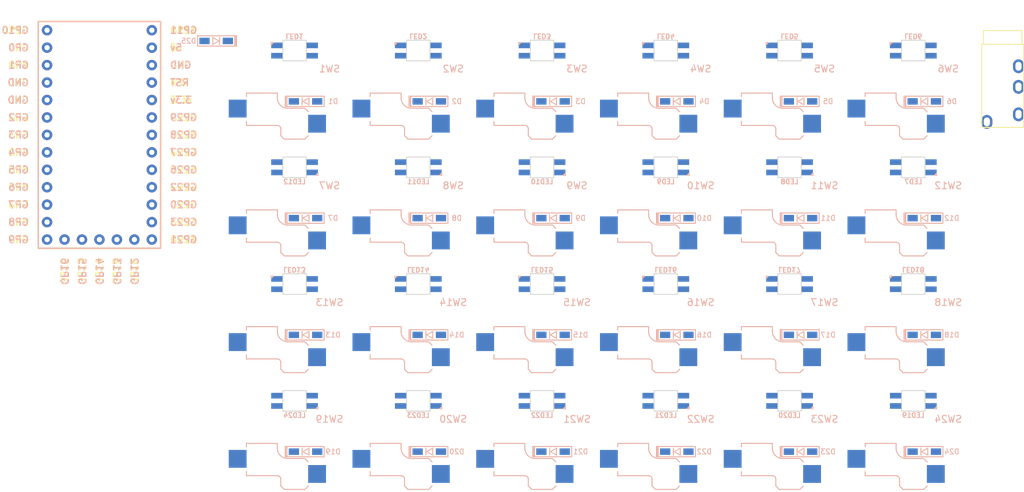
<source format=kicad_pcb>
(kicad_pcb (version 20240108) (generator "pcbnew") (generator_version "8.0")
  (layers (0 "F.Cu" signal) (31 "B.Cu" signal) (34 "B.Paste" user) (35 "F.Paste" user) (36 "B.SilkS" user "B.Silkscreen") (37 "F.SilkS" user "F.Silkscreen") (38 "B.Mask" user) (39 "F.Mask" user) (44 "Edge.Cuts" user))
  (net 0 "")
  (net 1 "Net-(D1-A)")
  (net 2 "Row 0 Left")
  (net 3 "Net-(D2-A)")
  (net 4 "Net-(D3-A)")
  (net 5 "Net-(D4-A)")
  (net 6 "Net-(D5-A)")
  (net 7 "Net-(D6-A)")
  (net 8 "Row 1 Left")
  (net 11 "Net-(D7-A)")
  (net 13 "Net-(D8-A)")
  (net 14 "Net-(D9-A)")
  (net 16 "Net-(D10-A)")
  (net 18 "Net-(D11-A)")
  (net 19 "Net-(D12-A)")
  (net 22 "Net-(D13-A)")
  (net 23 "Row 2 Left")
  (net 26 "Net-(D14-A)")
  (net 27 "Net-(D15-A)")
  (net 28 "Net-(D16-A)")
  (net 30 "Net-(D17-A)")
  (net 35 "Net-(D18-A)")
  (net 39 "Row 3 Left")
  (net 40 "Net-(D19-A)")
  (net 41 "Net-(D20-A)")
  (net 43 "Net-(D21-A)")
  (net 44 "Net-(D22-A)")
  (net 45 "Net-(D23-A)")
  (net 46 "Net-(D24-A)")
  (net 47 "Net-(D25-K)")
  (net 48 "5V Left")
  (net 49 "Net-(LED1-DOUT)")
  (net 50 "GND Left")
  (net 51 "LED Data Left")
  (net 52 "Net-(LED2-DOUT)")
  (net 53 "Net-(LED3-DOUT)")
  (net 54 "Net-(LED4-DOUT)")
  (net 55 "Net-(LED5-DOUT)")
  (net 56 "Net-(LED6-DOUT)")
  (net 57 "Net-(LED7-DOUT)")
  (net 58 "Net-(LED8-DOUT)")
  (net 59 "Net-(LED10-DIN)")
  (net 60 "Net-(LED10-DOUT)")
  (net 61 "Net-(LED11-DOUT)")
  (net 62 "Net-(LED12-DOUT)")
  (net 63 "Net-(LED13-DOUT)")
  (net 64 "Net-(LED14-DOUT)")
  (net 65 "Net-(LED15-DOUT)")
  (net 66 "Net-(LED16-DOUT)")
  (net 67 "Net-(LED17-DOUT)")
  (net 68 "Net-(LED18-DOUT)")
  (net 69 "Net-(LED19-DOUT)")
  (net 70 "Net-(LED20-DOUT)")
  (net 71 "Net-(LED21-DOUT)")
  (net 72 "Net-(LED22-DOUT)")
  (net 73 "Net-(LED23-DOUT)")
  (net 75 "Col 0 Left")
  (net 76 "Col 1 Left")
  (net 77 "Col 2 Left")
  (net 78 "Col 3 Left")
  (net 79 "Col 4 Left")
  (net 80 "Col 5 Left")
  (net 81 "Serial data left")
  (footprint "pjimenez:Switch_ChocV1-hotswap" (layer "F.Cu") (at 57 47.5)
    (property "Reference" "SW7" (at 5.08 -2.032 0) (layer "B.SilkS") (effects (justify mirror)))
    (property "Value" "Switch" (hide yes))
    (pad "" np_thru_hole circle (at -5.5 0) (size 1.8 1.8) (drill 1.8) (layers "F&B.Cu" "*.Mask"))
    (pad "" np_thru_hole circle (at -5 3.8) (size 3 3) (drill 3) (layers "*.Cu" "*.Mask"))
    (pad "" np_thru_hole circle (at 0 0) (size 3.4 3.4) (drill 3.4) (layers "F&B.Cu" "*.Mask"))
    (pad "" np_thru_hole circle (at 0 5.9) (size 3 3) (drill 3) (layers "*.Cu" "*.Mask"))
    (pad "" np_thru_hole circle (at 5.22 -4.2) (size 0.9906 0.9906) (drill 0.9906) (layers "*.Cu" "*.Mask"))
    (pad "" np_thru_hole circle (at 5.5 0) (size 1.8 1.8) (drill 1.8) (layers "F&B.Cu" "*.Mask"))
    (pad "1" smd rect (at 3.275 5.95) (size 2.6 2.6) (layers "B.Cu" "B.Paste" "B.Mask") (net 11 "Net-(D7-A)"))
    (pad "2" smd rect (at -8.275 3.75) (size 2.6 2.6) (layers "B.Cu" "B.Paste" "B.Mask") (net 75 "Col 0 Left"))
  )
  (footprint "pjimenez:LED_SK6812-MINI-E" (layer "F.Cu") (at 111 59.8 180)
    (property "Reference" "LED16" (at 0 2.1 180) (layer "B.SilkS") (effects (font (size 0.7 0.7)) (justify mirror)))
    (property "Value" "LED_SK6812MINI-E" (hide yes))
    (fp_line (start 1.7 1.5) (end -1.7 1.5) (stroke (width 0.12)) (layer "Edge.Cuts"))
    (fp_line (start 1.7 -1.5) (end 1.7 1.5) (stroke (width 0.12)) (layer "Edge.Cuts"))
    (fp_line (start -1.7 1.5) (end -1.7 -1.5) (stroke (width 0.12)) (layer "Edge.Cuts"))
    (fp_line (start -1.7 -1.5) (end 1.7 -1.5) (stroke (width 0.12)) (layer "Edge.Cuts"))
    (pad "1" smd rect (at -2.55 -0.75 180) (size 1.7 0.82) (layers "B.Cu" "B.Paste" "B.Mask") (net 48 "5V Left"))
    (pad "2" smd rect (at -2.55 0.75 180) (size 1.7 0.82) (layers "B.Cu" "B.Paste" "B.Mask") (net 66 "Net-(LED16-DOUT)"))
    (pad "3" smd roundrect (at 2.55 0.75 180) (size 1.7 0.82) (layers "B.Cu" "B.Paste" "B.Mask") (roundrect_rratio 0) (chamfer_ratio 0.5) (chamfer bottom_right) (net 50 "GND Left"))
    (pad "4" smd rect (at 2.55 -0.75 180) (size 1.7 0.82) (layers "B.Cu" "B.Paste" "B.Mask") (net 65 "Net-(LED15-DOUT)"))
  )
  (footprint "pjimenez:Switch_ChocV1-hotswap" (layer "F.Cu") (at 111 64.5)
    (property "Reference" "SW16" (at 5.08 -2.032 0) (layer "B.SilkS") (effects (justify mirror)))
    (property "Value" "Switch" (hide yes))
    (pad "" np_thru_hole circle (at -5.5 0) (size 1.8 1.8) (drill 1.8) (layers "F&B.Cu" "*.Mask"))
    (pad "" np_thru_hole circle (at -5 3.8) (size 3 3) (drill 3) (layers "*.Cu" "*.Mask"))
    (pad "" np_thru_hole circle (at 0 0) (size 3.4 3.4) (drill 3.4) (layers "F&B.Cu" "*.Mask"))
    (pad "" np_thru_hole circle (at 0 5.9) (size 3 3) (drill 3) (layers "*.Cu" "*.Mask"))
    (pad "" np_thru_hole circle (at 5.22 -4.2) (size 0.9906 0.9906) (drill 0.9906) (layers "*.Cu" "*.Mask"))
    (pad "" np_thru_hole circle (at 5.5 0) (size 1.8 1.8) (drill 1.8) (layers "F&B.Cu" "*.Mask"))
    (pad "1" smd rect (at 3.275 5.95) (size 2.6 2.6) (layers "B.Cu" "B.Paste" "B.Mask") (net 28 "Net-(D16-A)"))
    (pad "2" smd rect (at -8.275 3.75) (size 2.6 2.6) (layers "B.Cu" "B.Paste" "B.Mask") (net 78 "Col 3 Left"))
  )
  (footprint "pjimenez:LED_SK6812-MINI-E" (layer "F.Cu") (at 93 59.8 180)
    (property "Reference" "LED15" (at 0 2.1 180) (layer "B.SilkS") (effects (font (size 0.7 0.7)) (justify mirror)))
    (property "Value" "LED_SK6812MINI-E" (hide yes))
    (fp_line (start 1.7 1.5) (end -1.7 1.5) (stroke (width 0.12)) (layer "Edge.Cuts"))
    (fp_line (start 1.7 -1.5) (end 1.7 1.5) (stroke (width 0.12)) (layer "Edge.Cuts"))
    (fp_line (start -1.7 1.5) (end -1.7 -1.5) (stroke (width 0.12)) (layer "Edge.Cuts"))
    (fp_line (start -1.7 -1.5) (end 1.7 -1.5) (stroke (width 0.12)) (layer "Edge.Cuts"))
    (pad "1" smd rect (at -2.55 -0.75 180) (size 1.7 0.82) (layers "B.Cu" "B.Paste" "B.Mask") (net 48 "5V Left"))
    (pad "2" smd rect (at -2.55 0.75 180) (size 1.7 0.82) (layers "B.Cu" "B.Paste" "B.Mask") (net 65 "Net-(LED15-DOUT)"))
    (pad "3" smd roundrect (at 2.55 0.75 180) (size 1.7 0.82) (layers "B.Cu" "B.Paste" "B.Mask") (roundrect_rratio 0) (chamfer_ratio 0.5) (chamfer bottom_right) (net 50 "GND Left"))
    (pad "4" smd rect (at 2.55 -0.75 180) (size 1.7 0.82) (layers "B.Cu" "B.Paste" "B.Mask") (net 64 "Net-(LED14-DOUT)"))
  )
  (footprint "pjimenez:LED_SK6812-MINI-E" (layer "F.Cu") (at 57 59.8 180)
    (property "Reference" "LED13" (at 0 2.1 180) (layer "B.SilkS") (effects (font (size 0.7 0.7)) (justify mirror)))
    (property "Value" "LED_SK6812MINI-E" (hide yes))
    (fp_line (start 1.7 1.5) (end -1.7 1.5) (stroke (width 0.12)) (layer "Edge.Cuts"))
    (fp_line (start 1.7 -1.5) (end 1.7 1.5) (stroke (width 0.12)) (layer "Edge.Cuts"))
    (fp_line (start -1.7 1.5) (end -1.7 -1.5) (stroke (width 0.12)) (layer "Edge.Cuts"))
    (fp_line (start -1.7 -1.5) (end 1.7 -1.5) (stroke (width 0.12)) (layer "Edge.Cuts"))
    (pad "1" smd rect (at -2.55 -0.75 180) (size 1.7 0.82) (layers "B.Cu" "B.Paste" "B.Mask") (net 48 "5V Left"))
    (pad "2" smd rect (at -2.55 0.75 180) (size 1.7 0.82) (layers "B.Cu" "B.Paste" "B.Mask") (net 63 "Net-(LED13-DOUT)"))
    (pad "3" smd roundrect (at 2.55 0.75 180) (size 1.7 0.82) (layers "B.Cu" "B.Paste" "B.Mask") (roundrect_rratio 0) (chamfer_ratio 0.5) (chamfer bottom_right) (net 50 "GND Left"))
    (pad "4" smd rect (at 2.55 -0.75 180) (size 1.7 0.82) (layers "B.Cu" "B.Paste" "B.Mask") (net 62 "Net-(LED12-DOUT)"))
  )
  (footprint "pjimenez:Switch_ChocV1-hotswap" (layer "F.Cu") (at 111 30.5)
    (property "Reference" "SW4" (at 5.08 -2.032 0) (layer "B.SilkS") (effects (justify mirror)))
    (property "Value" "Switch" (hide yes))
    (pad "" np_thru_hole circle (at -5.5 0) (size 1.8 1.8) (drill 1.8) (layers "F&B.Cu" "*.Mask"))
    (pad "" np_thru_hole circle (at -5 3.8) (size 3 3) (drill 3) (layers "*.Cu" "*.Mask"))
    (pad "" np_thru_hole circle (at 0 0) (size 3.4 3.4) (drill 3.4) (layers "F&B.Cu" "*.Mask"))
    (pad "" np_thru_hole circle (at 0 5.9) (size 3 3) (drill 3) (layers "*.Cu" "*.Mask"))
    (pad "" np_thru_hole circle (at 5.22 -4.2) (size 0.9906 0.9906) (drill 0.9906) (layers "*.Cu" "*.Mask"))
    (pad "" np_thru_hole circle (at 5.5 0) (size 1.8 1.8) (drill 1.8) (layers "F&B.Cu" "*.Mask"))
    (pad "1" smd rect (at 3.275 5.95) (size 2.6 2.6) (layers "B.Cu" "B.Paste" "B.Mask") (net 5 "Net-(D4-A)"))
    (pad "2" smd rect (at -8.275 3.75) (size 2.6 2.6) (layers "B.Cu" "B.Paste" "B.Mask") (net 78 "Col 3 Left"))
  )
  (footprint "pjimenez:Switch_ChocV1-hotswap" (layer "F.Cu") (at 57 81.5)
    (property "Reference" "SW19" (at 5.08 -2.032 0) (layer "B.SilkS") (effects (justify mirror)))
    (property "Value" "Switch" (hide yes))
    (pad "" np_thru_hole circle (at -5.5 0) (size 1.8 1.8) (drill 1.8) (layers "F&B.Cu" "*.Mask"))
    (pad "" np_thru_hole circle (at -5 3.8) (size 3 3) (drill 3) (layers "*.Cu" "*.Mask"))
    (pad "" np_thru_hole circle (at 0 0) (size 3.4 3.4) (drill 3.4) (layers "F&B.Cu" "*.Mask"))
    (pad "" np_thru_hole circle (at 0 5.9) (size 3 3) (drill 3) (layers "*.Cu" "*.Mask"))
    (pad "" np_thru_hole circle (at 5.22 -4.2) (size 0.9906 0.9906) (drill 0.9906) (layers "*.Cu" "*.Mask"))
    (pad "" np_thru_hole circle (at 5.5 0) (size 1.8 1.8) (drill 1.8) (layers "F&B.Cu" "*.Mask"))
    (pad "1" smd rect (at 3.275 5.95) (size 2.6 2.6) (layers "B.Cu" "B.Paste" "B.Mask") (net 40 "Net-(D19-A)"))
    (pad "2" smd rect (at -8.275 3.75) (size 2.6 2.6) (layers "B.Cu" "B.Paste" "B.Mask") (net 75 "Col 0 Left"))
  )
  (footprint "pjimenez:LED_SK6812-MINI-E" (layer "F.Cu") (at 147 42.8)
    (property "Reference" "LED7" (at 0 2.1 0) (layer "B.SilkS") (effects (font (size 0.7 0.7)) (justify mirror)))
    (property "Value" "LED_SK6812MINI-E" (hide yes))
    (fp_line (start -1.7 -1.5) (end 1.7 -1.5) (stroke (width 0.12)) (layer "Edge.Cuts"))
    (fp_line (start -1.7 1.5) (end -1.7 -1.5) (stroke (width 0.12)) (layer "Edge.Cuts"))
    (fp_line (start 1.7 -1.5) (end 1.7 1.5) (stroke (width 0.12)) (layer "Edge.Cuts"))
    (fp_line (start 1.7 1.5) (end -1.7 1.5) (stroke (width 0.12)) (layer "Edge.Cuts"))
    (pad "1" smd rect (at -2.55 -0.75) (size 1.7 0.82) (layers "B.Cu" "B.Paste" "B.Mask") (net 50 "GND Left"))
    (pad "2" smd rect (at -2.55 0.75) (size 1.7 0.82) (layers "B.Cu" "B.Paste" "B.Mask") (net 57 "Net-(LED7-DOUT)"))
    (pad "3" smd roundrect (at 2.55 0.75) (size 1.7 0.82) (layers "B.Cu" "B.Paste" "B.Mask") (roundrect_rratio 0) (chamfer_ratio 0.5) (chamfer bottom_right) (net 48 "5V Left"))
    (pad "4" smd rect (at 2.55 -0.75) (size 1.7 0.82) (layers "B.Cu" "B.Paste" "B.Mask") (net 56 "Net-(LED6-DOUT)"))
  )
  (footprint "pjimenez:LED_SK6812-MINI-E" (layer "F.Cu") (at 147 25.8 180)
    (property "Reference" "LED6" (at 0 2.1 180) (layer "B.SilkS") (effects (font (size 0.7 0.7)) (justify mirror)))
    (property "Value" "LED_SK6812MINI-E" (hide yes))
    (fp_line (start 1.7 1.5) (end -1.7 1.5) (stroke (width 0.12)) (layer "Edge.Cuts"))
    (fp_line (start 1.7 -1.5) (end 1.7 1.5) (stroke (width 0.12)) (layer "Edge.Cuts"))
    (fp_line (start -1.7 1.5) (end -1.7 -1.5) (stroke (width 0.12)) (layer "Edge.Cuts"))
    (fp_line (start -1.7 -1.5) (end 1.7 -1.5) (stroke (width 0.12)) (layer "Edge.Cuts"))
    (pad "1" smd rect (at -2.55 -0.75 180) (size 1.7 0.82) (layers "B.Cu" "B.Paste" "B.Mask") (net 48 "5V Left"))
    (pad "2" smd rect (at -2.55 0.75 180) (size 1.7 0.82) (layers "B.Cu" "B.Paste" "B.Mask") (net 56 "Net-(LED6-DOUT)"))
    (pad "3" smd roundrect (at 2.55 0.75 180) (size 1.7 0.82) (layers "B.Cu" "B.Paste" "B.Mask") (roundrect_rratio 0) (chamfer_ratio 0.5) (chamfer bottom_right) (net 50 "GND Left"))
    (pad "4" smd rect (at 2.55 -0.75 180) (size 1.7 0.82) (layers "B.Cu" "B.Paste" "B.Mask") (net 55 "Net-(LED5-DOUT)"))
  )
  (footprint "pjimenez:LED_SK6812-MINI-E" (layer "F.Cu") (at 129 59.8 180)
    (property "Reference" "LED17" (at 0 2.1 180) (layer "B.SilkS") (effects (font (size 0.7 0.7)) (justify mirror)))
    (property "Value" "LED_SK6812MINI-E" (hide yes))
    (fp_line (start 1.7 1.5) (end -1.7 1.5) (stroke (width 0.12)) (layer "Edge.Cuts"))
    (fp_line (start 1.7 -1.5) (end 1.7 1.5) (stroke (width 0.12)) (layer "Edge.Cuts"))
    (fp_line (start -1.7 1.5) (end -1.7 -1.5) (stroke (width 0.12)) (layer "Edge.Cuts"))
    (fp_line (start -1.7 -1.5) (end 1.7 -1.5) (stroke (width 0.12)) (layer "Edge.Cuts"))
    (pad "1" smd rect (at -2.55 -0.75 180) (size 1.7 0.82) (layers "B.Cu" "B.Paste" "B.Mask") (net 48 "5V Left"))
    (pad "2" smd rect (at -2.55 0.75 180) (size 1.7 0.82) (layers "B.Cu" "B.Paste" "B.Mask") (net 67 "Net-(LED17-DOUT)"))
    (pad "3" smd roundrect (at 2.55 0.75 180) (size 1.7 0.82) (layers "B.Cu" "B.Paste" "B.Mask") (roundrect_rratio 0) (chamfer_ratio 0.5) (chamfer bottom_right) (net 50 "GND Left"))
    (pad "4" smd rect (at 2.55 -0.75 180) (size 1.7 0.82) (layers "B.Cu" "B.Paste" "B.Mask") (net 66 "Net-(LED16-DOUT)"))
  )
  (footprint "pjimenez:LED_SK6812-MINI-E" (layer "F.Cu") (at 111 42.8)
    (property "Reference" "LED9" (at 0 2.1 0) (layer "B.SilkS") (effects (font (size 0.7 0.7)) (justify mirror)))
    (property "Value" "LED_SK6812MINI-E" (hide yes))
    (fp_line (start -1.7 -1.5) (end 1.7 -1.5) (stroke (width 0.12)) (layer "Edge.Cuts"))
    (fp_line (start -1.7 1.5) (end -1.7 -1.5) (stroke (width 0.12)) (layer "Edge.Cuts"))
    (fp_line (start 1.7 -1.5) (end 1.7 1.5) (stroke (width 0.12)) (layer "Edge.Cuts"))
    (fp_line (start 1.7 1.5) (end -1.7 1.5) (stroke (width 0.12)) (layer "Edge.Cuts"))
    (pad "1" smd rect (at -2.55 -0.75) (size 1.7 0.82) (layers "B.Cu" "B.Paste" "B.Mask") (net 50 "GND Left"))
    (pad "2" smd rect (at -2.55 0.75) (size 1.7 0.82) (layers "B.Cu" "B.Paste" "B.Mask") (net 59 "Net-(LED10-DIN)"))
    (pad "3" smd roundrect (at 2.55 0.75) (size 1.7 0.82) (layers "B.Cu" "B.Paste" "B.Mask") (roundrect_rratio 0) (chamfer_ratio 0.5) (chamfer bottom_right) (net 48 "5V Left"))
    (pad "4" smd rect (at 2.55 -0.75) (size 1.7 0.82) (layers "B.Cu" "B.Paste" "B.Mask") (net 58 "Net-(LED8-DOUT)"))
  )
  (footprint "pjimenez:LED_SK6812-MINI-E" (layer "F.Cu") (at 75 59.8 180)
    (property "Reference" "LED14" (at 0 2.1 180) (layer "B.SilkS") (effects (font (size 0.7 0.7)) (justify mirror)))
    (property "Value" "LED_SK6812MINI-E" (hide yes))
    (fp_line (start 1.7 1.5) (end -1.7 1.5) (stroke (width 0.12)) (layer "Edge.Cuts"))
    (fp_line (start 1.7 -1.5) (end 1.7 1.5) (stroke (width 0.12)) (layer "Edge.Cuts"))
    (fp_line (start -1.7 1.5) (end -1.7 -1.5) (stroke (width 0.12)) (layer "Edge.Cuts"))
    (fp_line (start -1.7 -1.5) (end 1.7 -1.5) (stroke (width 0.12)) (layer "Edge.Cuts"))
    (pad "1" smd rect (at -2.55 -0.75 180) (size 1.7 0.82) (layers "B.Cu" "B.Paste" "B.Mask") (net 48 "5V Left"))
    (pad "2" smd rect (at -2.55 0.75 180) (size 1.7 0.82) (layers "B.Cu" "B.Paste" "B.Mask") (net 64 "Net-(LED14-DOUT)"))
    (pad "3" smd roundrect (at 2.55 0.75 180) (size 1.7 0.82) (layers "B.Cu" "B.Paste" "B.Mask") (roundrect_rratio 0) (chamfer_ratio 0.5) (chamfer bottom_right) (net 50 "GND Left"))
    (pad "4" smd rect (at 2.55 -0.75 180) (size 1.7 0.82) (layers "B.Cu" "B.Paste" "B.Mask") (net 63 "Net-(LED13-DOUT)"))
  )
  (footprint "pjimenez:Switch_ChocV1-hotswap" (layer "F.Cu") (at 75 64.5)
    (property "Reference" "SW14" (at 5.08 -2.032 0) (layer "B.SilkS") (effects (justify mirror)))
    (property "Value" "Switch" (hide yes))
    (pad "" np_thru_hole circle (at -5.5 0) (size 1.8 1.8) (drill 1.8) (layers "F&B.Cu" "*.Mask"))
    (pad "" np_thru_hole circle (at -5 3.8) (size 3 3) (drill 3) (layers "*.Cu" "*.Mask"))
    (pad "" np_thru_hole circle (at 0 0) (size 3.4 3.4) (drill 3.4) (layers "F&B.Cu" "*.Mask"))
    (pad "" np_thru_hole circle (at 0 5.9) (size 3 3) (drill 3) (layers "*.Cu" "*.Mask"))
    (pad "" np_thru_hole circle (at 5.22 -4.2) (size 0.9906 0.9906) (drill 0.9906) (layers "*.Cu" "*.Mask"))
    (pad "" np_thru_hole circle (at 5.5 0) (size 1.8 1.8) (drill 1.8) (layers "F&B.Cu" "*.Mask"))
    (pad "1" smd rect (at 3.275 5.95) (size 2.6 2.6) (layers "B.Cu" "B.Paste" "B.Mask") (net 26 "Net-(D14-A)"))
    (pad "2" smd rect (at -8.275 3.75) (size 2.6 2.6) (layers "B.Cu" "B.Paste" "B.Mask") (net 76 "Col 1 Left"))
  )
  (footprint "pjimenez:Switch_ChocV1-hotswap" (layer "F.Cu") (at 57 64.5)
    (property "Reference" "SW13" (at 5.08 -2.032 0) (layer "B.SilkS") (effects (justify mirror)))
    (property "Value" "Switch" (hide yes))
    (pad "" np_thru_hole circle (at -5.5 0) (size 1.8 1.8) (drill 1.8) (layers "F&B.Cu" "*.Mask"))
    (pad "" np_thru_hole circle (at -5 3.8) (size 3 3) (drill 3) (layers "*.Cu" "*.Mask"))
    (pad "" np_thru_hole circle (at 0 0) (size 3.4 3.4) (drill 3.4) (layers "F&B.Cu" "*.Mask"))
    (pad "" np_thru_hole circle (at 0 5.9) (size 3 3) (drill 3) (layers "*.Cu" "*.Mask"))
    (pad "" np_thru_hole circle (at 5.22 -4.2) (size 0.9906 0.9906) (drill 0.9906) (layers "*.Cu" "*.Mask"))
    (pad "" np_thru_hole circle (at 5.5 0) (size 1.8 1.8) (drill 1.8) (layers "F&B.Cu" "*.Mask"))
    (pad "1" smd rect (at 3.275 5.95) (size 2.6 2.6) (layers "B.Cu" "B.Paste" "B.Mask") (net 22 "Net-(D13-A)"))
    (pad "2" smd rect (at -8.275 3.75) (size 2.6 2.6) (layers "B.Cu" "B.Paste" "B.Mask") (net 75 "Col 0 Left"))
  )
  (footprint "pjimenez:LED_SK6812-MINI-E" (layer "F.Cu") (at 75 25.8 180)
    (property "Reference" "LED2" (at 0 2.1 180) (layer "B.SilkS") (effects (font (size 0.7 0.7)) (justify mirror)))
    (property "Value" "LED_SK6812MINI-E" (hide yes))
    (fp_line (start 1.7 1.5) (end -1.7 1.5) (stroke (width 0.12)) (layer "Edge.Cuts"))
    (fp_line (start 1.7 -1.5) (end 1.7 1.5) (stroke (width 0.12)) (layer "Edge.Cuts"))
    (fp_line (start -1.7 1.5) (end -1.7 -1.5) (stroke (width 0.12)) (layer "Edge.Cuts"))
    (fp_line (start -1.7 -1.5) (end 1.7 -1.5) (stroke (width 0.12)) (layer "Edge.Cuts"))
    (pad "1" smd rect (at -2.55 -0.75 180) (size 1.7 0.82) (layers "B.Cu" "B.Paste" "B.Mask") (net 48 "5V Left"))
    (pad "2" smd rect (at -2.55 0.75 180) (size 1.7 0.82) (layers "B.Cu" "B.Paste" "B.Mask") (net 52 "Net-(LED2-DOUT)"))
    (pad "3" smd roundrect (at 2.55 0.75 180) (size 1.7 0.82) (layers "B.Cu" "B.Paste" "B.Mask") (roundrect_rratio 0) (chamfer_ratio 0.5) (chamfer bottom_right) (net 50 "GND Left"))
    (pad "4" smd rect (at 2.55 -0.75 180) (size 1.7 0.82) (layers "B.Cu" "B.Paste" "B.Mask") (net 49 "Net-(LED1-DOUT)"))
  )
  (footprint "pjimenez:TRRS_PJ-320A" (layer "F.Cu") (at 160 24.8875)
    (property "Reference" "U2")
    (property "Value" "TRRS")
    (pad "" np_thru_hole circle (at 0 1.6) (size 0.8 0.8) (drill 0.8) (layers "*.Cu" "*.Mask"))
    (pad "" np_thru_hole circle (at 0 8.6) (size 0.8 0.8) (drill 0.8) (layers "*.Cu" "*.Mask"))
    (pad "1" thru_hole oval (at -2.3 11.3) (size 1.6 2) (drill oval 0.9 1.3) (layers "*.Cu" "*.Mask") (net 50 "GND Left"))
    (pad "2" thru_hole oval (at 2.3 10.2) (size 1.6 2) (drill oval 0.9 1.3) (layers "*.Cu" "*.Mask"))
    (pad "3" thru_hole oval (at 2.3 6.2) (size 1.6 2) (drill oval 0.9 1.3) (layers "*.Cu" "*.Mask") (net 81 "Serial data left"))
    (pad "4" thru_hole oval (at 2.3 3.2) (size 1.6 2) (drill oval 0.9 1.3) (layers "*.Cu" "*.Mask") (net 48 "5V Left"))
  )
  (footprint "pjimenez:Switch_ChocV1-hotswap" (layer "F.Cu") (at 129 81.5)
    (property "Reference" "SW23" (at 5.08 -2.032 0) (layer "B.SilkS") (effects (justify mirror)))
    (property "Value" "Switch" (hide yes))
    (pad "" np_thru_hole circle (at -5.5 0) (size 1.8 1.8) (drill 1.8) (layers "F&B.Cu" "*.Mask"))
    (pad "" np_thru_hole circle (at -5 3.8) (size 3 3) (drill 3) (layers "*.Cu" "*.Mask"))
    (pad "" np_thru_hole circle (at 0 0) (size 3.4 3.4) (drill 3.4) (layers "F&B.Cu" "*.Mask"))
    (pad "" np_thru_hole circle (at 0 5.9) (size 3 3) (drill 3) (layers "*.Cu" "*.Mask"))
    (pad "" np_thru_hole circle (at 5.22 -4.2) (size 0.9906 0.9906) (drill 0.9906) (layers "*.Cu" "*.Mask"))
    (pad "" np_thru_hole circle (at 5.5 0) (size 1.8 1.8) (drill 1.8) (layers "F&B.Cu" "*.Mask"))
    (pad "1" smd rect (at 3.275 5.95) (size 2.6 2.6) (layers "B.Cu" "B.Paste" "B.Mask") (net 45 "Net-(D23-A)"))
    (pad "2" smd rect (at -8.275 3.75) (size 2.6 2.6) (layers "B.Cu" "B.Paste" "B.Mask") (net 79 "Col 4 Left"))
  )
  (footprint "pjimenez:Switch_ChocV1-hotswap" (layer "F.Cu") (at 147 47.5)
    (property "Reference" "SW12" (at 5.08 -2.032 0) (layer "B.SilkS") (effects (justify mirror)))
    (property "Value" "Switch" (hide yes))
    (pad "" np_thru_hole circle (at -5.5 0) (size 1.8 1.8) (drill 1.8) (layers "F&B.Cu" "*.Mask"))
    (pad "" np_thru_hole circle (at -5 3.8) (size 3 3) (drill 3) (layers "*.Cu" "*.Mask"))
    (pad "" np_thru_hole circle (at 0 0) (size 3.4 3.4) (drill 3.4) (layers "F&B.Cu" "*.Mask"))
    (pad "" np_thru_hole circle (at 0 5.9) (size 3 3) (drill 3) (layers "*.Cu" "*.Mask"))
    (pad "" np_thru_hole circle (at 5.22 -4.2) (size 0.9906 0.9906) (drill 0.9906) (layers "*.Cu" "*.Mask"))
    (pad "" np_thru_hole circle (at 5.5 0) (size 1.8 1.8) (drill 1.8) (layers "F&B.Cu" "*.Mask"))
    (pad "1" smd rect (at 3.275 5.95) (size 2.6 2.6) (layers "B.Cu" "B.Paste" "B.Mask") (net 19 "Net-(D12-A)"))
    (pad "2" smd rect (at -8.275 3.75) (size 2.6 2.6) (layers "B.Cu" "B.Paste" "B.Mask") (net 80 "Col 5 Left"))
  )
  (footprint "pjimenez:LED_SK6812-MINI-E" (layer "F.Cu") (at 129 25.8 180)
    (property "Reference" "LED5" (at 0 2.1 180) (layer "B.SilkS") (effects (font (size 0.7 0.7)) (justify mirror)))
    (property "Value" "LED_SK6812MINI-E" (hide yes))
    (fp_line (start 1.7 1.5) (end -1.7 1.5) (stroke (width 0.12)) (layer "Edge.Cuts"))
    (fp_line (start 1.7 -1.5) (end 1.7 1.5) (stroke (width 0.12)) (layer "Edge.Cuts"))
    (fp_line (start -1.7 1.5) (end -1.7 -1.5) (stroke (width 0.12)) (layer "Edge.Cuts"))
    (fp_line (start -1.7 -1.5) (end 1.7 -1.5) (stroke (width 0.12)) (layer "Edge.Cuts"))
    (pad "1" smd rect (at -2.55 -0.75 180) (size 1.7 0.82) (layers "B.Cu" "B.Paste" "B.Mask") (net 48 "5V Left"))
    (pad "2" smd rect (at -2.55 0.75 180) (size 1.7 0.82) (layers "B.Cu" "B.Paste" "B.Mask") (net 55 "Net-(LED5-DOUT)"))
    (pad "3" smd roundrect (at 2.55 0.75 180) (size 1.7 0.82) (layers "B.Cu" "B.Paste" "B.Mask") (roundrect_rratio 0) (chamfer_ratio 0.5) (chamfer bottom_right) (net 50 "GND Left"))
    (pad "4" smd rect (at 2.55 -0.75 180) (size 1.7 0.82) (layers "B.Cu" "B.Paste" "B.Mask") (net 54 "Net-(LED4-DOUT)"))
  )
  (footprint "pjimenez:LED_SK6812-MINI-E" (layer "F.Cu") (at 147 76.8)
    (property "Reference" "LED19" (at 0 2.1 0) (layer "B.SilkS") (effects (font (size 0.7 0.7)) (justify mirror)))
    (property "Value" "LED_SK6812MINI-E" (hide yes))
    (fp_line (start -1.7 -1.5) (end 1.7 -1.5) (stroke (width 0.12)) (layer "Edge.Cuts"))
    (fp_line (start -1.7 1.5) (end -1.7 -1.5) (stroke (width 0.12)) (layer "Edge.Cuts"))
    (fp_line (start 1.7 -1.5) (end 1.7 1.5) (stroke (width 0.12)) (layer "Edge.Cuts"))
    (fp_line (start 1.7 1.5) (end -1.7 1.5) (stroke (width 0.12)) (layer "Edge.Cuts"))
    (pad "1" smd rect (at -2.55 -0.75) (size 1.7 0.82) (layers "B.Cu" "B.Paste" "B.Mask") (net 50 "GND Left"))
    (pad "2" smd rect (at -2.55 0.75) (size 1.7 0.82) (layers "B.Cu" "B.Paste" "B.Mask") (net 69 "Net-(LED19-DOUT)"))
    (pad "3" smd roundrect (at 2.55 0.75) (size 1.7 0.82) (layers "B.Cu" "B.Paste" "B.Mask") (roundrect_rratio 0) (chamfer_ratio 0.5) (chamfer bottom_right) (net 48 "5V Left"))
    (pad "4" smd rect (at 2.55 -0.75) (size 1.7 0.82) (layers "B.Cu" "B.Paste" "B.Mask") (net 68 "Net-(LED18-DOUT)"))
  )
  (footprint "pjimenez:LED_SK6812-MINI-E" (layer "F.Cu") (at 75 76.8)
    (property "Reference" "LED23" (at 0 2.1 0) (layer "B.SilkS") (effects (font (size 0.7 0.7)) (justify mirror)))
    (property "Value" "LED_SK6812MINI-E" (hide yes))
    (fp_line (start -1.7 -1.5) (end 1.7 -1.5) (stroke (width 0.12)) (layer "Edge.Cuts"))
    (fp_line (start -1.7 1.5) (end -1.7 -1.5) (stroke (width 0.12)) (layer "Edge.Cuts"))
    (fp_line (start 1.7 -1.5) (end 1.7 1.5) (stroke (width 0.12)) (layer "Edge.Cuts"))
    (fp_line (start 1.7 1.5) (end -1.7 1.5) (stroke (width 0.12)) (layer "Edge.Cuts"))
    (pad "1" smd rect (at -2.55 -0.75) (size 1.7 0.82) (layers "B.Cu" "B.Paste" "B.Mask") (net 50 "GND Left"))
    (pad "2" smd rect (at -2.55 0.75) (size 1.7 0.82) (layers "B.Cu" "B.Paste" "B.Mask") (net 73 "Net-(LED23-DOUT)"))
    (pad "3" smd roundrect (at 2.55 0.75) (size 1.7 0.82) (layers "B.Cu" "B.Paste" "B.Mask") (roundrect_rratio 0) (chamfer_ratio 0.5) (chamfer bottom_right) (net 48 "5V Left"))
    (pad "4" smd rect (at 2.55 -0.75) (size 1.7 0.82) (layers "B.Cu" "B.Paste" "B.Mask") (net 72 "Net-(LED22-DOUT)"))
  )
  (footprint "pjimenez:LED_SK6812-MINI-E" (layer "F.Cu") (at 129 76.8)
    (property "Reference" "LED20" (at 0 2.1 0) (layer "B.SilkS") (effects (font (size 0.7 0.7)) (justify mirror)))
    (property "Value" "LED_SK6812MINI-E" (hide yes))
    (fp_line (start -1.7 -1.5) (end 1.7 -1.5) (stroke (width 0.12)) (layer "Edge.Cuts"))
    (fp_line (start -1.7 1.5) (end -1.7 -1.5) (stroke (width 0.12)) (layer "Edge.Cuts"))
    (fp_line (start 1.7 -1.5) (end 1.7 1.5) (stroke (width 0.12)) (layer "Edge.Cuts"))
    (fp_line (start 1.7 1.5) (end -1.7 1.5) (stroke (width 0.12)) (layer "Edge.Cuts"))
    (pad "1" smd rect (at -2.55 -0.75) (size 1.7 0.82) (layers "B.Cu" "B.Paste" "B.Mask") (net 50 "GND Left"))
    (pad "2" smd rect (at -2.55 0.75) (size 1.7 0.82) (layers "B.Cu" "B.Paste" "B.Mask") (net 70 "Net-(LED20-DOUT)"))
    (pad "3" smd roundrect (at 2.55 0.75) (size 1.7 0.82) (layers "B.Cu" "B.Paste" "B.Mask") (roundrect_rratio 0) (chamfer_ratio 0.5) (chamfer bottom_right) (net 48 "5V Left"))
    (pad "4" smd rect (at 2.55 -0.75) (size 1.7 0.82) (layers "B.Cu" "B.Paste" "B.Mask") (net 69 "Net-(LED19-DOUT)"))
  )
  (footprint "pjimenez:LED_SK6812-MINI-E" (layer "F.Cu") (at 111 25.8 180)
    (property "Reference" "LED4" (at 0 2.1 180) (layer "B.SilkS") (effects (font (size 0.7 0.7)) (justify mirror)))
    (property "Value" "LED_SK6812MINI-E" (hide yes))
    (fp_line (start 1.7 1.5) (end -1.7 1.5) (stroke (width 0.12)) (layer "Edge.Cuts"))
    (fp_line (start 1.7 -1.5) (end 1.7 1.5) (stroke (width 0.12)) (layer "Edge.Cuts"))
    (fp_line (start -1.7 1.5) (end -1.7 -1.5) (stroke (width 0.12)) (layer "Edge.Cuts"))
    (fp_line (start -1.7 -1.5) (end 1.7 -1.5) (stroke (width 0.12)) (layer "Edge.Cuts"))
    (pad "1" smd rect (at -2.55 -0.75 180) (size 1.7 0.82) (layers "B.Cu" "B.Paste" "B.Mask") (net 48 "5V Left"))
    (pad "2" smd rect (at -2.55 0.75 180) (size 1.7 0.82) (layers "B.Cu" "B.Paste" "B.Mask") (net 54 "Net-(LED4-DOUT)"))
    (pad "3" smd roundrect (at 2.55 0.75 180) (size 1.7 0.82) (layers "B.Cu" "B.Paste" "B.Mask") (roundrect_rratio 0) (chamfer_ratio 0.5) (chamfer bottom_right) (net 50 "GND Left"))
    (pad "4" smd rect (at 2.55 -0.75 180) (size 1.7 0.82) (layers "B.Cu" "B.Paste" "B.Mask") (net 53 "Net-(LED3-DOUT)"))
  )
  (footprint "pjimenez:LED_SK6812-MINI-E" (layer "F.Cu") (at 111 76.8)
    (property "Reference" "LED21" (at 0 2.1 0) (layer "B.SilkS") (effects (font (size 0.7 0.7)) (justify mirror)))
    (property "Value" "LED_SK6812MINI-E" (hide yes))
    (fp_line (start -1.7 -1.5) (end 1.7 -1.5) (stroke (width 0.12)) (layer "Edge.Cuts"))
    (fp_line (start -1.7 1.5) (end -1.7 -1.5) (stroke (width 0.12)) (layer "Edge.Cuts"))
    (fp_line (start 1.7 -1.5) (end 1.7 1.5) (stroke (width 0.12)) (layer "Edge.Cuts"))
    (fp_line (start 1.7 1.5) (end -1.7 1.5) (stroke (width 0.12)) (layer "Edge.Cuts"))
    (pad "1" smd rect (at -2.55 -0.75) (size 1.7 0.82) (layers "B.Cu" "B.Paste" "B.Mask") (net 50 "GND Left"))
    (pad "2" smd rect (at -2.55 0.75) (size 1.7 0.82) (layers "B.Cu" "B.Paste" "B.Mask") (net 71 "Net-(LED21-DOUT)"))
    (pad "3" smd roundrect (at 2.55 0.75) (size 1.7 0.82) (layers "B.Cu" "B.Paste" "B.Mask") (roundrect_rratio 0) (chamfer_ratio 0.5) (chamfer bottom_right) (net 48 "5V Left"))
    (pad "4" smd rect (at 2.55 -0.75) (size 1.7 0.82) (layers "B.Cu" "B.Paste" "B.Mask") (net 70 "Net-(LED20-DOUT)"))
  )
  (footprint "pjimenez:Switch_ChocV1-hotswap" (layer "F.Cu") (at 147 64.5)
    (property "Reference" "SW18" (at 5.08 -2.032 0) (layer "B.SilkS") (effects (justify mirror)))
    (property "Value" "Switch" (hide yes))
    (pad "" np_thru_hole circle (at -5.5 0) (size 1.8 1.8) (drill 1.8) (layers "F&B.Cu" "*.Mask"))
    (pad "" np_thru_hole circle (at -5 3.8) (size 3 3) (drill 3) (layers "*.Cu" "*.Mask"))
    (pad "" np_thru_hole circle (at 0 0) (size 3.4 3.4) (drill 3.4) (layers "F&B.Cu" "*.Mask"))
    (pad "" np_thru_hole circle (at 0 5.9) (size 3 3) (drill 3) (layers "*.Cu" "*.Mask"))
    (pad "" np_thru_hole circle (at 5.22 -4.2) (size 0.9906 0.9906) (drill 0.9906) (layers "*.Cu" "*.Mask"))
    (pad "" np_thru_hole circle (at 5.5 0) (size 1.8 1.8) (drill 1.8) (layers "F&B.Cu" "*.Mask"))
    (pad "1" smd rect (at 3.275 5.95) (size 2.6 2.6) (layers "B.Cu" "B.Paste" "B.Mask") (net 35 "Net-(D18-A)"))
    (pad "2" smd rect (at -8.275 3.75) (size 2.6 2.6) (layers "B.Cu" "B.Paste" "B.Mask") (net 80 "Col 5 Left"))
  )
  (footprint "pjimenez:LED_SK6812-MINI-E" (layer "F.Cu") (at 93 42.8)
    (property "Reference" "LED10" (at 0 2.1 0) (layer "B.SilkS") (effects (font (size 0.7 0.7)) (justify mirror)))
    (property "Value" "LED_SK6812MINI-E" (hide yes))
    (fp_line (start -1.7 -1.5) (end 1.7 -1.5) (stroke (width 0.12)) (layer "Edge.Cuts"))
    (fp_line (start -1.7 1.5) (end -1.7 -1.5) (stroke (width 0.12)) (layer "Edge.Cuts"))
    (fp_line (start 1.7 -1.5) (end 1.7 1.5) (stroke (width 0.12)) (layer "Edge.Cuts"))
    (fp_line (start 1.7 1.5) (end -1.7 1.5) (stroke (width 0.12)) (layer "Edge.Cuts"))
    (pad "1" smd rect (at -2.55 -0.75) (size 1.7 0.82) (layers "B.Cu" "B.Paste" "B.Mask") (net 50 "GND Left"))
    (pad "2" smd rect (at -2.55 0.75) (size 1.7 0.82) (layers "B.Cu" "B.Paste" "B.Mask") (net 60 "Net-(LED10-DOUT)"))
    (pad "3" smd roundrect (at 2.55 0.75) (size 1.7 0.82) (layers "B.Cu" "B.Paste" "B.Mask") (roundrect_rratio 0) (chamfer_ratio 0.5) (chamfer bottom_right) (net 48 "5V Left"))
    (pad "4" smd rect (at 2.55 -0.75) (size 1.7 0.82) (layers "B.Cu" "B.Paste" "B.Mask") (net 59 "Net-(LED10-DIN)"))
  )
  (footprint "pjimenez:Switch_ChocV1-hotswap" (layer "F.Cu") (at 75 81.5)
    (property "Reference" "SW20" (at 5.08 -2.032 0) (layer "B.SilkS") (effects (justify mirror)))
    (property "Value" "Switch" (hide yes))
    (pad "" np_thru_hole circle (at -5.5 0) (size 1.8 1.8) (drill 1.8) (layers "F&B.Cu" "*.Mask"))
    (pad "" np_thru_hole circle (at -5 3.8) (size 3 3) (drill 3) (layers "*.Cu" "*.Mask"))
    (pad "" np_thru_hole circle (at 0 0) (size 3.4 3.4) (drill 3.4) (layers "F&B.Cu" "*.Mask"))
    (pad "" np_thru_hole circle (at 0 5.9) (size 3 3) (drill 3) (layers "*.Cu" "*.Mask"))
    (pad "" np_thru_hole circle (at 5.22 -4.2) (size 0.9906 0.9906) (drill 0.9906) (layers "*.Cu" "*.Mask"))
    (pad "" np_thru_hole circle (at 5.5 0) (size 1.8 1.8) (drill 1.8) (layers "F&B.Cu" "*.Mask"))
    (pad "1" smd rect (at 3.275 5.95) (size 2.6 2.6) (layers "B.Cu" "B.Paste" "B.Mask") (net 41 "Net-(D20-A)"))
    (pad "2" smd rect (at -8.275 3.75) (size 2.6 2.6) (layers "B.Cu" "B.Paste" "B.Mask") (net 76 "Col 1 Left"))
  )
  (footprint "pjimenez:Switch_ChocV1-hotswap" (layer "F.Cu") (at 129 30.5)
    (property "Reference" "SW5" (at 5.08 -2.032 0) (layer "B.SilkS") (effects (justify mirror)))
    (property "Value" "Switch" (hide yes))
    (pad "" np_thru_hole circle (at -5.5 0) (size 1.8 1.8) (drill 1.8) (layers "F&B.Cu" "*.Mask"))
    (pad "" np_thru_hole circle (at -5 3.8) (size 3 3) (drill 3) (layers "*.Cu" "*.Mask"))
    (pad "" np_thru_hole circle (at 0 0) (size 3.4 3.4) (drill 3.4) (layers "F&B.Cu" "*.Mask"))
    (pad "" np_thru_hole circle (at 0 5.9) (size 3 3) (drill 3) (layers "*.Cu" "*.Mask"))
    (pad "" np_thru_hole circle (at 5.22 -4.2) (size 0.9906 0.9906) (drill 0.9906) (layers "*.Cu" "*.Mask"))
    (pad "" np_thru_hole circle (at 5.5 0) (size 1.8 1.8) (drill 1.8) (layers "F&B.Cu" "*.Mask"))
    (pad "1" smd rect (at 3.275 5.95) (size 2.6 2.6) (layers "B.Cu" "B.Paste" "B.Mask") (net 6 "Net-(D5-A)"))
    (pad "2" smd rect (at -8.275 3.75) (size 2.6 2.6) (layers "B.Cu" "B.Paste" "B.Mask") (net 79 "Col 4 Left"))
  )
  (footprint "pjimenez:LED_SK6812-MINI-E" (layer "F.Cu") (at 75 42.8)
    (property "Reference" "LED11" (at 0 2.1 0) (layer "B.SilkS") (effects (font (size 0.7 0.7)) (justify mirror)))
    (property "Value" "LED_SK6812MINI-E" (hide yes))
    (fp_line (start -1.7 -1.5) (end 1.7 -1.5) (stroke (width 0.12)) (layer "Edge.Cuts"))
    (fp_line (start -1.7 1.5) (end -1.7 -1.5) (stroke (width 0.12)) (layer "Edge.Cuts"))
    (fp_line (start 1.7 -1.5) (end 1.7 1.5) (stroke (width 0.12)) (layer "Edge.Cuts"))
    (fp_line (start 1.7 1.5) (end -1.7 1.5) (stroke (width 0.12)) (layer "Edge.Cuts"))
    (pad "1" smd rect (at -2.55 -0.75) (size 1.7 0.82) (layers "B.Cu" "B.Paste" "B.Mask") (net 50 "GND Left"))
    (pad "2" smd rect (at -2.55 0.75) (size 1.7 0.82) (layers "B.Cu" "B.Paste" "B.Mask") (net 61 "Net-(LED11-DOUT)"))
    (pad "3" smd roundrect (at 2.55 0.75) (size 1.7 0.82) (layers "B.Cu" "B.Paste" "B.Mask") (roundrect_rratio 0) (chamfer_ratio 0.5) (chamfer bottom_right) (net 48 "5V Left"))
    (pad "4" smd rect (at 2.55 -0.75) (size 1.7 0.82) (layers "B.Cu" "B.Paste" "B.Mask") (net 60 "Net-(LED10-DOUT)"))
  )
  (footprint "pjimenez:Switch_ChocV1-hotswap" (layer "F.Cu") (at 147 30.5)
    (property "Reference" "SW6" (at 5.08 -2.032 0) (layer "B.SilkS") (effects (justify mirror)))
    (property "Value" "Switch" (hide yes))
    (pad "" np_thru_hole circle (at -5.5 0) (size 1.8 1.8) (drill 1.8) (layers "F&B.Cu" "*.Mask"))
    (pad "" np_thru_hole circle (at -5 3.8) (size 3 3) (drill 3) (layers "*.Cu" "*.Mask"))
    (pad "" np_thru_hole circle (at 0 0) (size 3.4 3.4) (drill 3.4) (layers "F&B.Cu" "*.Mask"))
    (pad "" np_thru_hole circle (at 0 5.9) (size 3 3) (drill 3) (layers "*.Cu" "*.Mask"))
    (pad "" np_thru_hole circle (at 5.22 -4.2) (size 0.9906 0.9906) (drill 0.9906) (layers "*.Cu" "*.Mask"))
    (pad "" np_thru_hole circle (at 5.5 0) (size 1.8 1.8) (drill 1.8) (layers "F&B.Cu" "*.Mask"))
    (pad "1" smd rect (at 3.275 5.95) (size 2.6 2.6) (layers "B.Cu" "B.Paste" "B.Mask") (net 7 "Net-(D6-A)"))
    (pad "2" smd rect (at -8.275 3.75) (size 2.6 2.6) (layers "B.Cu" "B.Paste" "B.Mask") (net 80 "Col 5 Left"))
  )
  (footprint "pjimenez:Switch_ChocV1-hotswap" (layer "F.Cu") (at 147 81.5)
    (property "Reference" "SW24" (at 5.08 -2.032 0) (layer "B.SilkS") (effects (justify mirror)))
    (property "Value" "Switch" (hide yes))
    (pad "" np_thru_hole circle (at -5.5 0) (size 1.8 1.8) (drill 1.8) (layers "F&B.Cu" "*.Mask"))
    (pad "" np_thru_hole circle (at -5 3.8) (size 3 3) (drill 3) (layers "*.Cu" "*.Mask"))
    (pad "" np_thru_hole circle (at 0 0) (size 3.4 3.4) (drill 3.4) (layers "F&B.Cu" "*.Mask"))
    (pad "" np_thru_hole circle (at 0 5.9) (size 3 3) (drill 3) (layers "*.Cu" "*.Mask"))
    (pad "" np_thru_hole circle (at 5.22 -4.2) (size 0.9906 0.9906) (drill 0.9906) (layers "*.Cu" "*.Mask"))
    (pad "" np_thru_hole circle (at 5.5 0) (size 1.8 1.8) (drill 1.8) (layers "F&B.Cu" "*.Mask"))
    (pad "1" smd rect (at 3.275 5.95) (size 2.6 2.6) (layers "B.Cu" "B.Paste" "B.Mask") (net 46 "Net-(D24-A)"))
    (pad "2" smd rect (at -8.275 3.75) (size 2.6 2.6) (layers "B.Cu" "B.Paste" "B.Mask") (net 80 "Col 5 Left"))
  )
  (footprint "pjimenez:Switch_ChocV1-hotswap" (layer "F.Cu") (at 93 64.5)
    (property "Reference" "SW15" (at 5.08 -2.032 0) (layer "B.SilkS") (effects (justify mirror)))
    (property "Value" "Switch" (hide yes))
    (pad "" np_thru_hole circle (at -5.5 0) (size 1.8 1.8) (drill 1.8) (layers "F&B.Cu" "*.Mask"))
    (pad "" np_thru_hole circle (at -5 3.8) (size 3 3) (drill 3) (layers "*.Cu" "*.Mask"))
    (pad "" np_thru_hole circle (at 0 0) (size 3.4 3.4) (drill 3.4) (layers "F&B.Cu" "*.Mask"))
    (pad "" np_thru_hole circle (at 0 5.9) (size 3 3) (drill 3) (layers "*.Cu" "*.Mask"))
    (pad "" np_thru_hole circle (at 5.22 -4.2) (size 0.9906 0.9906) (drill 0.9906) (layers "*.Cu" "*.Mask"))
    (pad "" np_thru_hole circle (at 5.5 0) (size 1.8 1.8) (drill 1.8) (layers "F&B.Cu" "*.Mask"))
    (pad "1" smd rect (at 3.275 5.95) (size 2.6 2.6) (layers "B.Cu" "B.Paste" "B.Mask") (net 27 "Net-(D15-A)"))
    (pad "2" smd rect (at -8.275 3.75) (size 2.6 2.6) (layers "B.Cu" "B.Paste" "B.Mask") (net 77 "Col 2 Left"))
  )
  (footprint "pjimenez:LED_SK6812-MINI-E" (layer "F.Cu") (at 57 76.8)
    (property "Reference" "LED24" (at 0 2.1 0) (layer "B.SilkS") (effects (font (size 0.7 0.7)) (justify mirror)))
    (property "Value" "LED_SK6812MINI-E" (hide yes))
    (fp_line (start -1.7 -1.5) (end 1.7 -1.5) (stroke (width 0.12)) (layer "Edge.Cuts"))
    (fp_line (start -1.7 1.5) (end -1.7 -1.5) (stroke (width 0.12)) (layer "Edge.Cuts"))
    (fp_line (start 1.7 -1.5) (end 1.7 1.5) (stroke (width 0.12)) (layer "Edge.Cuts"))
    (fp_line (start 1.7 1.5) (end -1.7 1.5) (stroke (width 0.12)) (layer "Edge.Cuts"))
    (pad "1" smd rect (at -2.55 -0.75) (size 1.7 0.82) (layers "B.Cu" "B.Paste" "B.Mask") (net 50 "GND Left"))
    (pad "2" smd rect (at -2.55 0.75) (size 1.7 0.82) (layers "B.Cu" "B.Paste" "B.Mask"))
    (pad "3" smd roundrect (at 2.55 0.75) (size 1.7 0.82) (layers "B.Cu" "B.Paste" "B.Mask") (roundrect_rratio 0) (chamfer_ratio 0.5) (chamfer bottom_right) (net 48 "5V Left"))
    (pad "4" smd rect (at 2.55 -0.75) (size 1.7 0.82) (layers "B.Cu" "B.Paste" "B.Mask") (net 73 "Net-(LED23-DOUT)"))
  )
  (footprint "pjimenez:Switch_ChocV1-hotswap" (layer "F.Cu") (at 129 47.5)
    (property "Reference" "SW11" (at 5.08 -2.032 0) (layer "B.SilkS") (effects (justify mirror)))
    (property "Value" "Switch" (hide yes))
    (pad "" np_thru_hole circle (at -5.5 0) (size 1.8 1.8) (drill 1.8) (layers "F&B.Cu" "*.Mask"))
    (pad "" np_thru_hole circle (at -5 3.8) (size 3 3) (drill 3) (layers "*.Cu" "*.Mask"))
    (pad "" np_thru_hole circle (at 0 0) (size 3.4 3.4) (drill 3.4) (layers "F&B.Cu" "*.Mask"))
    (pad "" np_thru_hole circle (at 0 5.9) (size 3 3) (drill 3) (layers "*.Cu" "*.Mask"))
    (pad "" np_thru_hole circle (at 5.22 -4.2) (size 0.9906 0.9906) (drill 0.9906) (layers "*.Cu" "*.Mask"))
    (pad "" np_thru_hole circle (at 5.5 0) (size 1.8 1.8) (drill 1.8) (layers "F&B.Cu" "*.Mask"))
    (pad "1" smd rect (at 3.275 5.95) (size 2.6 2.6) (layers "B.Cu" "B.Paste" "B.Mask") (net 18 "Net-(D11-A)"))
    (pad "2" smd rect (at -8.275 3.75) (size 2.6 2.6) (layers "B.Cu" "B.Paste" "B.Mask") (net 79 "Col 4 Left"))
  )
  (footprint "pjimenez:Switch_ChocV1-hotswap" (layer "F.Cu") (at 75 30.5)
    (property "Reference" "SW2" (at 5.08 -2.032 0) (layer "B.SilkS") (effects (justify mirror)))
    (property "Value" "Switch" (hide yes))
    (pad "" np_thru_hole circle (at -5.5 0) (size 1.8 1.8) (drill 1.8) (layers "F&B.Cu" "*.Mask"))
    (pad "" np_thru_hole circle (at -5 3.8) (size 3 3) (drill 3) (layers "*.Cu" "*.Mask"))
    (pad "" np_thru_hole circle (at 0 0) (size 3.4 3.4) (drill 3.4) (layers "F&B.Cu" "*.Mask"))
    (pad "" np_thru_hole circle (at 0 5.9) (size 3 3) (drill 3) (layers "*.Cu" "*.Mask"))
    (pad "" np_thru_hole circle (at 5.22 -4.2) (size 0.9906 0.9906) (drill 0.9906) (layers "*.Cu" "*.Mask"))
    (pad "" np_thru_hole circle (at 5.5 0) (size 1.8 1.8) (drill 1.8) (layers "F&B.Cu" "*.Mask"))
    (pad "1" smd rect (at 3.275 5.95) (size 2.6 2.6) (layers "B.Cu" "B.Paste" "B.Mask") (net 3 "Net-(D2-A)"))
    (pad "2" smd rect (at -8.275 3.75) (size 2.6 2.6) (layers "B.Cu" "B.Paste" "B.Mask") (net 76 "Col 1 Left"))
  )
  (footprint "pjimenez:LED_SK6812-MINI-E" (layer "F.Cu") (at 57 42.8)
    (property "Reference" "LED12" (at 0 2.1 0) (layer "B.SilkS") (effects (font (size 0.7 0.7)) (justify mirror)))
    (property "Value" "LED_SK6812MINI-E" (hide yes))
    (fp_line (start -1.7 -1.5) (end 1.7 -1.5) (stroke (width 0.12)) (layer "Edge.Cuts"))
    (fp_line (start -1.7 1.5) (end -1.7 -1.5) (stroke (width 0.12)) (layer "Edge.Cuts"))
    (fp_line (start 1.7 -1.5) (end 1.7 1.5) (stroke (width 0.12)) (layer "Edge.Cuts"))
    (fp_line (start 1.7 1.5) (end -1.7 1.5) (stroke (width 0.12)) (layer "Edge.Cuts"))
    (pad "1" smd rect (at -2.55 -0.75) (size 1.7 0.82) (layers "B.Cu" "B.Paste" "B.Mask") (net 50 "GND Left"))
    (pad "2" smd rect (at -2.55 0.75) (size 1.7 0.82) (layers "B.Cu" "B.Paste" "B.Mask") (net 62 "Net-(LED12-DOUT)"))
    (pad "3" smd roundrect (at 2.55 0.75) (size 1.7 0.82) (layers "B.Cu" "B.Paste" "B.Mask") (roundrect_rratio 0) (chamfer_ratio 0.5) (chamfer bottom_right) (net 48 "5V Left"))
    (pad "4" smd rect (at 2.55 -0.75) (size 1.7 0.82) (layers "B.Cu" "B.Paste" "B.Mask") (net 61 "Net-(LED11-DOUT)"))
  )
  (footprint "pjimenez:Switch_ChocV1-hotswap" (layer "F.Cu") (at 93 81.5)
    (property "Reference" "SW21" (at 5.08 -2.032 0) (layer "B.SilkS") (effects (justify mirror)))
    (property "Value" "Switch" (hide yes))
    (pad "" np_thru_hole circle (at -5.5 0) (size 1.8 1.8) (drill 1.8) (layers "F&B.Cu" "*.Mask"))
    (pad "" np_thru_hole circle (at -5 3.8) (size 3 3) (drill 3) (layers "*.Cu" "*.Mask"))
    (pad "" np_thru_hole circle (at 0 0) (size 3.4 3.4) (drill 3.4) (layers "F&B.Cu" "*.Mask"))
    (pad "" np_thru_hole circle (at 0 5.9) (size 3 3) (drill 3) (layers "*.Cu" "*.Mask"))
    (pad "" np_thru_hole circle (at 5.22 -4.2) (size 0.9906 0.9906) (drill 0.9906) (layers "*.Cu" "*.Mask"))
    (pad "" np_thru_hole circle (at 5.5 0) (size 1.8 1.8) (drill 1.8) (layers "F&B.Cu" "*.Mask"))
    (pad "1" smd rect (at 3.275 5.95) (size 2.6 2.6) (layers "B.Cu" "B.Paste" "B.Mask") (net 43 "Net-(D21-A)"))
    (pad "2" smd rect (at -8.275 3.75) (size 2.6 2.6) (layers "B.Cu" "B.Paste" "B.Mask") (net 77 "Col 2 Left"))
  )
  (footprint "pjimenez:LED_SK6812-MINI-E" (layer "F.Cu") (at 129 42.8)
    (property "Reference" "LED8" (at 0 2.1 0) (layer "B.SilkS") (effects (font (size 0.7 0.7)) (justify mirror)))
    (property "Value" "LED_SK6812MINI-E" (hide yes))
    (fp_line (start -1.7 -1.5) (end 1.7 -1.5) (stroke (width 0.12)) (layer "Edge.Cuts"))
    (fp_line (start -1.7 1.5) (end -1.7 -1.5) (stroke (width 0.12)) (layer "Edge.Cuts"))
    (fp_line (start 1.7 -1.5) (end 1.7 1.5) (stroke (width 0.12)) (layer "Edge.Cuts"))
    (fp_line (start 1.7 1.5) (end -1.7 1.5) (stroke (width 0.12)) (layer "Edge.Cuts"))
    (pad "1" smd rect (at -2.55 -0.75) (size 1.7 0.82) (layers "B.Cu" "B.Paste" "B.Mask") (net 50 "GND Left"))
    (pad "2" smd rect (at -2.55 0.75) (size 1.7 0.82) (layers "B.Cu" "B.Paste" "B.Mask") (net 58 "Net-(LED8-DOUT)"))
    (pad "3" smd roundrect (at 2.55 0.75) (size 1.7 0.82) (layers "B.Cu" "B.Paste" "B.Mask") (roundrect_rratio 0) (chamfer_ratio 0.5) (chamfer bottom_right) (net 48 "5V Left"))
    (pad "4" smd rect (at 2.55 -0.75) (size 1.7 0.82) (layers "B.Cu" "B.Paste" "B.Mask") (net 57 "Net-(LED7-DOUT)"))
  )
  (footprint "pjimenez:Switch_ChocV1-hotswap" (layer "F.Cu") (at 93 47.5)
    (property "Reference" "SW9" (at 5.08 -2.032 0) (layer "B.SilkS") (effects (justify mirror)))
    (property "Value" "Switch" (hide yes))
    (pad "" np_thru_hole circle (at -5.5 0) (size 1.8 1.8) (drill 1.8) (layers "F&B.Cu" "*.Mask"))
    (pad "" np_thru_hole circle (at -5 3.8) (size 3 3) (drill 3) (layers "*.Cu" "*.Mask"))
    (pad "" np_thru_hole circle (at 0 0) (size 3.4 3.4) (drill 3.4) (layers "F&B.Cu" "*.Mask"))
    (pad "" np_thru_hole circle (at 0 5.9) (size 3 3) (drill 3) (layers "*.Cu" "*.Mask"))
    (pad "" np_thru_hole circle (at 5.22 -4.2) (size 0.9906 0.9906) (drill 0.9906) (layers "*.Cu" "*.Mask"))
    (pad "" np_thru_hole circle (at 5.5 0) (size 1.8 1.8) (drill 1.8) (layers "F&B.Cu" "*.Mask"))
    (pad "1" smd rect (at 3.275 5.95) (size 2.6 2.6) (layers "B.Cu" "B.Paste" "B.Mask") (net 14 "Net-(D9-A)"))
    (pad "2" smd rect (at -8.275 3.75) (size 2.6 2.6) (layers "B.Cu" "B.Paste" "B.Mask") (net 77 "Col 2 Left"))
  )
  (footprint "pjimenez:Switch_ChocV1-hotswap" (layer "F.Cu") (at 57 30.5)
    (property "Reference" "SW1" (at 5.08 -2.032 0) (layer "B.SilkS") (effects (justify mirror)))
    (property "Value" "Switch" (hide yes))
    (pad "" np_thru_hole circle (at -5.5 0) (size 1.8 1.8) (drill 1.8) (layers "F&B.Cu" "*.Mask"))
    (pad "" np_thru_hole circle (at -5 3.8) (size 3 3) (drill 3) (layers "*.Cu" "*.Mask"))
    (pad "" np_thru_hole circle (at 0 0) (size 3.4 3.4) (drill 3.4) (layers "F&B.Cu" "*.Mask"))
    (pad "" np_thru_hole circle (at 0 5.9) (size 3 3) (drill 3) (layers "*.Cu" "*.Mask"))
    (pad "" np_thru_hole circle (at 5.22 -4.2) (size 0.9906 0.9906) (drill 0.9906) (layers "*.Cu" "*.Mask"))
    (pad "" np_thru_hole circle (at 5.5 0) (size 1.8 1.8) (drill 1.8) (layers "F&B.Cu" "*.Mask"))
    (pad "1" smd rect (at 3.275 5.95) (size 2.6 2.6) (layers "B.Cu" "B.Paste" "B.Mask") (net 1 "Net-(D1-A)"))
    (pad "2" smd rect (at -8.275 3.75) (size 2.6 2.6) (layers "B.Cu" "B.Paste" "B.Mask") (net 75 "Col 0 Left"))
  )
  (footprint "pjimenez:Switch_ChocV1-hotswap" (layer "F.Cu") (at 75 47.5)
    (property "Reference" "SW8" (at 5.08 -2.032 0) (layer "B.SilkS") (effects (justify mirror)))
    (property "Value" "Switch" (hide yes))
    (pad "" np_thru_hole circle (at -5.5 0) (size 1.8 1.8) (drill 1.8) (layers "F&B.Cu" "*.Mask"))
    (pad "" np_thru_hole circle (at -5 3.8) (size 3 3) (drill 3) (layers "*.Cu" "*.Mask"))
    (pad "" np_thru_hole circle (at 0 0) (size 3.4 3.4) (drill 3.4) (layers "F&B.Cu" "*.Mask"))
    (pad "" np_thru_hole circle (at 0 5.9) (size 3 3) (drill 3) (layers "*.Cu" "*.Mask"))
    (pad "" np_thru_hole circle (at 5.22 -4.2) (size 0.9906 0.9906) (drill 0.9906) (layers "*.Cu" "*.Mask"))
    (pad "" np_thru_hole circle (at 5.5 0) (size 1.8 1.8) (drill 1.8) (layers "F&B.Cu" "*.Mask"))
    (pad "1" smd rect (at 3.275 5.95) (size 2.6 2.6) (layers "B.Cu" "B.Paste" "B.Mask") (net 13 "Net-(D8-A)"))
    (pad "2" smd rect (at -8.275 3.75) (size 2.6 2.6) (layers "B.Cu" "B.Paste" "B.Mask") (net 76 "Col 1 Left"))
  )
  (footprint "pjimenez:LED_SK6812-MINI-E" (layer "F.Cu") (at 147 59.8 180)
    (property "Reference" "LED18" (at 0 2.1 180) (layer "B.SilkS") (effects (font (size 0.7 0.7)) (justify mirror)))
    (property "Value" "LED_SK6812MINI-E" (hide yes))
    (fp_line (start 1.7 1.5) (end -1.7 1.5) (stroke (width 0.12)) (layer "Edge.Cuts"))
    (fp_line (start 1.7 -1.5) (end 1.7 1.5) (stroke (width 0.12)) (layer "Edge.Cuts"))
    (fp_line (start -1.7 1.5) (end -1.7 -1.5) (stroke (width 0.12)) (layer "Edge.Cuts"))
    (fp_line (start -1.7 -1.5) (end 1.7 -1.5) (stroke (width 0.12)) (layer "Edge.Cuts"))
    (pad "1" smd rect (at -2.55 -0.75 180) (size 1.7 0.82) (layers "B.Cu" "B.Paste" "B.Mask") (net 48 "5V Left"))
    (pad "2" smd rect (at -2.55 0.75 180) (size 1.7 0.82) (layers "B.Cu" "B.Paste" "B.Mask") (net 68 "Net-(LED18-DOUT)"))
    (pad "3" smd roundrect (at 2.55 0.75 180) (size 1.7 0.82) (layers "B.Cu" "B.Paste" "B.Mask") (roundrect_rratio 0) (chamfer_ratio 0.5) (chamfer bottom_right) (net 50 "GND Left"))
    (pad "4" smd rect (at 2.55 -0.75 180) (size 1.7 0.82) (layers "B.Cu" "B.Paste" "B.Mask") (net 67 "Net-(LED17-DOUT)"))
  )
  (footprint "pjimenez:LED_SK6812-MINI-E" (layer "F.Cu") (at 93 25.8 180)
    (property "Reference" "LED3" (at 0 2.1 180) (layer "B.SilkS") (effects (font (size 0.7 0.7)) (justify mirror)))
    (property "Value" "LED_SK6812MINI-E" (hide yes))
    (fp_line (start 1.7 1.5) (end -1.7 1.5) (stroke (width 0.12)) (layer "Edge.Cuts"))
    (fp_line (start 1.7 -1.5) (end 1.7 1.5) (stroke (width 0.12)) (layer "Edge.Cuts"))
    (fp_line (start -1.7 1.5) (end -1.7 -1.5) (stroke (width 0.12)) (layer "Edge.Cuts"))
    (fp_line (start -1.7 -1.5) (end 1.7 -1.5) (stroke (width 0.12)) (layer "Edge.Cuts"))
    (pad "1" smd rect (at -2.55 -0.75 180) (size 1.7 0.82) (layers "B.Cu" "B.Paste" "B.Mask") (net 48 "5V Left"))
    (pad "2" smd rect (at -2.55 0.75 180) (size 1.7 0.82) (layers "B.Cu" "B.Paste" "B.Mask") (net 53 "Net-(LED3-DOUT)"))
    (pad "3" smd roundrect (at 2.55 0.75 180) (size 1.7 0.82) (layers "B.Cu" "B.Paste" "B.Mask") (roundrect_rratio 0) (chamfer_ratio 0.5) (chamfer bottom_right) (net 50 "GND Left"))
    (pad "4" smd rect (at 2.55 -0.75 180) (size 1.7 0.82) (layers "B.Cu" "B.Paste" "B.Mask") (net 52 "Net-(LED2-DOUT)"))
  )
  (footprint "pjimenez:Switch_ChocV1-hotswap" (layer "F.Cu") (at 111 47.5)
    (property "Reference" "SW10" (at 5.08 -2.032 0) (layer "B.SilkS") (effects (justify mirror)))
    (property "Value" "Switch" (hide yes))
    (pad "" np_thru_hole circle (at -5.5 0) (size 1.8 1.8) (drill 1.8) (layers "F&B.Cu" "*.Mask"))
    (pad "" np_thru_hole circle (at -5 3.8) (size 3 3) (drill 3) (layers "*.Cu" "*.Mask"))
    (pad "" np_thru_hole circle (at 0 0) (size 3.4 3.4) (drill 3.4) (layers "F&B.Cu" "*.Mask"))
    (pad "" np_thru_hole circle (at 0 5.9) (size 3 3) (drill 3) (layers "*.Cu" "*.Mask"))
    (pad "" np_thru_hole circle (at 5.22 -4.2) (size 0.9906 0.9906) (drill 0.9906) (layers "*.Cu" "*.Mask"))
    (pad "" np_thru_hole circle (at 5.5 0) (size 1.8 1.8) (drill 1.8) (layers "F&B.Cu" "*.Mask"))
    (pad "1" smd rect (at 3.275 5.95) (size 2.6 2.6) (layers "B.Cu" "B.Paste" "B.Mask") (net 16 "Net-(D10-A)"))
    (pad "2" smd rect (at -8.275 3.75) (size 2.6 2.6) (layers "B.Cu" "B.Paste" "B.Mask") (net 78 "Col 3 Left"))
  )
  (footprint "pjimenez:LED_SK6812-MINI-E" (layer "F.Cu") (at 57 25.8 180)
    (property "Reference" "LED1" (at 0 2.1 180) (layer "B.SilkS") (effects (font (size 0.7 0.7)) (justify mirror)))
    (property "Value" "LED_SK6812MINI-E" (hide yes))
    (fp_line (start 1.7 1.5) (end -1.7 1.5) (stroke (width 0.12)) (layer "Edge.Cuts"))
    (fp_line (start 1.7 -1.5) (end 1.7 1.5) (stroke (width 0.12)) (layer "Edge.Cuts"))
    (fp_line (start -1.7 1.5) (end -1.7 -1.5) (stroke (width 0.12)) (layer "Edge.Cuts"))
    (fp_line (start -1.7 -1.5) (end 1.7 -1.5) (stroke (width 0.12)) (layer "Edge.Cuts"))
    (pad "1" smd rect (at -2.55 -0.75 180) (size 1.7 0.82) (layers "B.Cu" "B.Paste" "B.Mask") (net 47 "Net-(D25-K)"))
    (pad "2" smd rect (at -2.55 0.75 180) (size 1.7 0.82) (layers "B.Cu" "B.Paste" "B.Mask") (net 49 "Net-(LED1-DOUT)"))
    (pad "3" smd roundrect (at 2.55 0.75 180) (size 1.7 0.82) (layers "B.Cu" "B.Paste" "B.Mask") (roundrect_rratio 0) (chamfer_ratio 0.5) (chamfer bottom_right) (net 50 "GND Left"))
    (pad "4" smd rect (at 2.55 -0.75 180) (size 1.7 0.82) (layers "B.Cu" "B.Paste" "B.Mask") (net 51 "LED Data Left"))
  )
  (footprint "pjimenez:LED_SK6812-MINI-E" (layer "F.Cu") (at 93 76.8)
    (property "Reference" "LED22" (at 0 2.1 0) (layer "B.SilkS") (effects (font (size 0.7 0.7)) (justify mirror)))
    (property "Value" "LED_SK6812MINI-E" (hide yes))
    (fp_line (start -1.7 -1.5) (end 1.7 -1.5) (stroke (width 0.12)) (layer "Edge.Cuts"))
    (fp_line (start -1.7 1.5) (end -1.7 -1.5) (stroke (width 0.12)) (layer "Edge.Cuts"))
    (fp_line (start 1.7 -1.5) (end 1.7 1.5) (stroke (width 0.12)) (layer "Edge.Cuts"))
    (fp_line (start 1.7 1.5) (end -1.7 1.5) (stroke (width 0.12)) (layer "Edge.Cuts"))
    (pad "1" smd rect (at -2.55 -0.75) (size 1.7 0.82) (layers "B.Cu" "B.Paste" "B.Mask") (net 50 "GND Left"))
    (pad "2" smd rect (at -2.55 0.75) (size 1.7 0.82) (layers "B.Cu" "B.Paste" "B.Mask") (net 72 "Net-(LED22-DOUT)"))
    (pad "3" smd roundrect (at 2.55 0.75) (size 1.7 0.82) (layers "B.Cu" "B.Paste" "B.Mask") (roundrect_rratio 0) (chamfer_ratio 0.5) (chamfer bottom_right) (net 48 "5V Left"))
    (pad "4" smd rect (at 2.55 -0.75) (size 1.7 0.82) (layers "B.Cu" "B.Paste" "B.Mask") (net 71 "Net-(LED21-DOUT)"))
  )
  (footprint "pjimenez:Switch_ChocV1-hotswap" (layer "F.Cu") (at 129 64.5)
    (property "Reference" "SW17" (at 5.08 -2.032 0) (layer "B.SilkS") (effects (justify mirror)))
    (property "Value" "Switch" (hide yes))
    (pad "" np_thru_hole circle (at -5.5 0) (size 1.8 1.8) (drill 1.8) (layers "F&B.Cu" "*.Mask"))
    (pad "" np_thru_hole circle (at -5 3.8) (size 3 3) (drill 3) (layers "*.Cu" "*.Mask"))
    (pad "" np_thru_hole circle (at 0 0) (size 3.4 3.4) (drill 3.4) (layers "F&B.Cu" "*.Mask"))
    (pad "" np_thru_hole circle (at 0 5.9) (size 3 3) (drill 3) (layers "*.Cu" "*.Mask"))
    (pad "" np_thru_hole circle (at 5.22 -4.2) (size 0.9906 0.9906) (drill 0.9906) (layers "*.Cu" "*.Mask"))
    (pad "" np_thru_hole circle (at 5.5 0) (size 1.8 1.8) (drill 1.8) (layers "F&B.Cu" "*.Mask"))
    (pad "1" smd rect (at 3.275 5.95) (size 2.6 2.6) (layers "B.Cu" "B.Paste" "B.Mask") (net 30 "Net-(D17-A)"))
    (pad "2" smd rect (at -8.275 3.75) (size 2.6 2.6) (layers "B.Cu" "B.Paste" "B.Mask") (net 79 "Col 4 Left"))
  )
  (footprint "pjimenez:Switch_ChocV1-hotswap" (layer "F.Cu") (at 93 30.5)
    (property "Reference" "SW3" (at 5.08 -2.032 0) (layer "B.SilkS") (effects (justify mirror)))
    (property "Value" "Switch" (hide yes))
    (pad "" np_thru_hole circle (at -5.5 0) (size 1.8 1.8) (drill 1.8) (layers "F&B.Cu" "*.Mask"))
    (pad "" np_thru_hole circle (at -5 3.8) (size 3 3) (drill 3) (layers "*.Cu" "*.Mask"))
    (pad "" np_thru_hole circle (at 0 0) (size 3.4 3.4) (drill 3.4) (layers "F&B.Cu" "*.Mask"))
    (pad "" np_thru_hole circle (at 0 5.9) (size 3 3) (drill 3) (layers "*.Cu" "*.Mask"))
    (pad "" np_thru_hole circle (at 5.22 -4.2) (size 0.9906 0.9906) (drill 0.9906) (layers "*.Cu" "*.Mask"))
    (pad "" np_thru_hole circle (at 5.5 0) (size 1.8 1.8) (drill 1.8) (layers "F&B.Cu" "*.Mask"))
    (pad "1" smd rect (at 3.275 5.95) (size 2.6 2.6) (layers "B.Cu" "B.Paste" "B.Mask") (net 4 "Net-(D3-A)"))
    (pad "2" smd rect (at -8.275 3.75) (size 2.6 2.6) (layers "B.Cu" "B.Paste" "B.Mask") (net 77 "Col 2 Left"))
  )
  (footprint "pjimenez:Switch_ChocV1-hotswap" (layer "F.Cu") (at 111 81.5)
    (property "Reference" "SW22" (at 5.08 -2.032 0) (layer "B.SilkS") (effects (justify mirror)))
    (property "Value" "Switch" (hide yes))
    (pad "" np_thru_hole circle (at -5.5 0) (size 1.8 1.8) (drill 1.8) (layers "F&B.Cu" "*.Mask"))
    (pad "" np_thru_hole circle (at -5 3.8) (size 3 3) (drill 3) (layers "*.Cu" "*.Mask"))
    (pad "" np_thru_hole circle (at 0 0) (size 3.4 3.4) (drill 3.4) (layers "F&B.Cu" "*.Mask"))
    (pad "" np_thru_hole circle (at 0 5.9) (size 3 3) (drill 3) (layers "*.Cu" "*.Mask"))
    (pad "" np_thru_hole circle (at 5.22 -4.2) (size 0.9906 0.9906) (drill 0.9906) (layers "*.Cu" "*.Mask"))
    (pad "" np_thru_hole circle (at 5.5 0) (size 1.8 1.8) (drill 1.8) (layers "F&B.Cu" "*.Mask"))
    (pad "1" smd rect (at 3.275 5.95) (size 2.6 2.6) (layers "B.Cu" "B.Paste" "B.Mask") (net 44 "Net-(D22-A)"))
    (pad "2" smd rect (at -8.275 3.75) (size 2.6 2.6) (layers "B.Cu" "B.Paste" "B.Mask") (net 78 "Col 3 Left"))
  )
  (footprint "pjimenez:RP2040_Pro_Micro" (layer "F.Cu") (at 28.62 39.35)
    (property "Reference" "U1" (hide yes))
    (property "Value" "RP2040_Pro_Micro" (hide yes))
    (fp_text user "GP26" (at 10.16 3.81 0) (layer "B.SilkS") (effects (font (thickness 0.2) (bold yes)) (justify right mirror)))
    (fp_text user "GP4" (at -10.16 1.27 0) (layer "B.SilkS") (effects (font (thickness 0.2) (bold yes)) (justify left mirror)))
    (fp_text user "GND" (at -10.16 -6.35 0) (layer "B.SilkS") (effects (font (thickness 0.2) (bold yes)) (justify left mirror)))
    (fp_text user "3.3v" (at 10.16 -6.35 0) (layer "B.SilkS") (effects (font (thickness 0.2) (bold yes)) (justify right mirror)))
    (fp_text user "GP16" (at -5.08 16.51 -90) (layer "B.SilkS") (effects (font (thickness 0.2) (bold yes)) (justify right mirror)))
    (fp_text user "GP10" (at -10.16 -16.51 0) (layer "B.SilkS") (effects (font (thickness 0.2) (bold yes)) (justify left mirror)))
    (fp_text user "GP22" (at 10.16 6.35 0) (layer "B.SilkS") (effects (font (thickness 0.2) (bold yes)) (justify right mirror)))
    (fp_text user "GP9" (at -10.16 13.97 0) (layer "B.SilkS") (effects (font (thickness 0.2) (bold yes)) (justify left mirror)))
    (fp_text user "GP13" (at 2.54 16.51 -90) (layer "B.SilkS") (effects (font (thickness 0.2) (bold yes)) (justify right mirror)))
    (fp_text user "GP14" (at 0 16.51 -90) (layer "B.SilkS") (effects (font (thickness 0.2) (bold yes)) (justify right mirror)))
    (fp_text user "GP8" (at -10.16 11.43 0) (layer "B.SilkS") (effects (font (thickness 0.2) (bold yes)) (justify left mirror)))
    (fp_text user "GND" (at -10.16 -8.89 0) (layer "B.SilkS") (effects (font (thickness 0.2) (bold yes)) (justify left mirror)))
    (fp_text user "GP29" (at 10.16 -3.81 0) (layer "B.SilkS") (effects (font (thickness 0.2) (bold yes)) (justify right mirror)))
    (fp_text user "GP15" (at -2.54 16.51 -90) (layer "B.SilkS") (effects (font (thickness 0.2) (bold yes)) (justify right mirror)))
    (fp_text user "GP1" (at -10.16 -11.43 0) (layer "B.SilkS") (effects (font (thickness 0.2) (bold yes)) (justify left mirror)))
    (fp_text user "GP27" (at 10.16 1.27 0) (layer "B.SilkS") (effects (font (thickness 0.2) (bold yes)) (justify right mirror)))
    (fp_text user "RST" (at 10.16 -8.89 0) (layer "B.SilkS") (effects (font (thickness 0.2) (bold yes)) (justify right mirror)))
    (fp_text user "GP2" (at -10.16 -3.81 0) (layer "B.SilkS") (effects (font (thickness 0.2) (bold yes)) (justify left mirror)))
    (fp_text user "5v" (at 10.16 -13.97 0) (layer "B.SilkS") (effects (font (thickness 0.2) (bold yes)) (justify right mirror)))
    (fp_text user "GP6" (at -10.16 6.35 0) (layer "B.SilkS") (effects (font (thickness 0.2) (bold yes)) (justify left mirror)))
    (fp_text user "GP28" (at 10.16 -1.27 0) (layer "B.SilkS") (effects (font (thickness 0.2) (bold yes)) (justify right mirror)))
    (fp_text user "GP23" (at 10.16 11.43 0) (layer "B.SilkS") (effects (font (thickness 0.2) (bold yes)) (justify right mirror)))
    (fp_text user "GP0" (at -10.16 -13.97 0) (layer "B.SilkS") (effects (font (thickness 0.2) (bold yes)) (justify left mirror)))
    (fp_text user "GP7" (at -10.16 8.89 0) (layer "B.SilkS") (effects (font (thickness 0.2) (bold yes)) (justify left mirror)))
    (fp_text user "GP5" (at -10.16 3.81 0) (layer "B.SilkS") (effects (font (thickness 0.2) (bold yes)) (justify left mirror)))
    (fp_text user "GP20" (at 10.16 8.89 0) (layer "B.SilkS") (effects (font (thickness 0.2) (bold yes)) (justify right mirror)))
    (fp_text user "GP21" (at 10.16 13.97 0) (layer "B.SilkS") (effects (font (thickness 0.2) (bold yes)) (justify right mirror)))
    (fp_text user "GP11" (at 10.16 -16.51 0) (layer "B.SilkS") (effects (font (thickness 0.2) (bold yes)) (justify right mirror)))
    (fp_text user "GND" (at 10.16 -11.43 0) (layer "B.SilkS") (effects (font (thickness 0.2) (bold yes)) (justify right mirror)))
    (fp_text user "GP3" (at -10.16 -1.27 0) (layer "B.SilkS") (effects (font (thickness 0.2) (bold yes)) (justify left mirror)))
    (fp_text user "GP12" (at 5.08 16.51 -90) (layer "B.SilkS") (effects (font (thickness 0.2) (bold yes)) (justify right mirror)))
    (fp_text user "GP2" (at -10.16 -3.81 0) (layer "F.SilkS") (effects (font (thickness 0.2) (bold yes)) (justify right)))
    (fp_text user "GP9" (at -10.16 13.97 0) (layer "F.SilkS") (effects (font (thickness 0.2) (bold yes)) (justify right)))
    (fp_text user "GP26" (at 10.16 3.81 0) (layer "F.SilkS") (effects (font (thickness 0.2) (bold yes)) (justify left)))
    (fp_text user "GP1" (at -10.16 -11.43 0) (layer "F.SilkS") (effects (font (thickness 0.2) (bold yes)) (justify right)))
    (fp_text user "5v" (at 10.16 -13.97 0) (layer "F.SilkS") (effects (font (thickness 0.2) (bold yes)) (justify left)))
    (fp_text user "GP16" (at 5.08 16.51 90) (layer "F.SilkS") (effects (font (thickness 0.2) (bold yes)) (justify right)))
    (fp_text user "GP5" (at -10.16 3.81 0) (layer "F.SilkS") (effects (font (thickness 0.2) (bold yes)) (justify right)))
    (fp_text user "GP11" (at 10.16 -16.51 0) (layer "F.SilkS") (effects (font (thickness 0.2) (bold yes)) (justify left)))
    (fp_text user "GND" (at -10.16 -6.35 0) (layer "F.SilkS") (effects (font (thickness 0.2) (bold yes)) (justify right)))
    (fp_text user "GP12" (at -5.08 16.51 90) (layer "F.SilkS") (effects (font (thickness 0.2) (bold yes)) (justify right)))
    (fp_text user "GP21" (at 10.16 13.97 0) (layer "F.SilkS") (effects (font (thickness 0.2) (bold yes)) (justify left)))
    (fp_text user "GP4" (at -10.16 1.27 0) (layer "F.SilkS") (effects (font (thickness 0.2) (bold yes)) (justify right)))
    (fp_text user "GP14" (at 0 16.51 90) (layer "F.SilkS") (effects (font (thickness 0.2) (bold yes)) (justify right)))
    (fp_text user "GP7" (at -10.16 8.89 0) (layer "F.SilkS") (effects (font (thickness 0.2) (bold yes)) (justify right)))
    (fp_text user "GP13" (at -2.54 16.51 90) (layer "F.SilkS") (effects (font (thickness 0.2) (bold yes)) (justify right)))
    (fp_text user "GP27" (at 10.16 1.27 0) (layer "F.SilkS") (effects (font (thickness 0.2) (bold yes)) (justify left)))
    (fp_text user "GP22" (at 10.16 6.35 0) (layer "F.SilkS") (effects (font (thickness 0.2) (bold yes)) (justify left)))
    (fp_text user "RST" (at 10.16 -8.89 0) (layer "F.SilkS") (effects (font (thickness 0.2) (bold yes)) (justify left)))
    (fp_text user "GP6" (at -10.16 6.35 0) (layer "F.SilkS") (effects (font (thickness 0.2) (bold yes)) (justify right)))
    (fp_text user "GP8" (at -10.16 11.43 0) (layer "F.SilkS") (effects (font (thickness 0.2) (bold yes)) (justify right)))
    (fp_text user "GP3" (at -10.16 -1.27 0) (layer "F.SilkS") (effects (font (thickness 0.2) (bold yes)) (justify right)))
    (fp_text user "GP10" (at -10.16 -16.51 0) (layer "F.SilkS") (effects (font (thickness 0.2) (bold yes)) (justify right)))
    (fp_text user "GP0" (at -10.16 -13.97 0) (layer "F.SilkS") (effects (font (thickness 0.2) (bold yes)) (justify right)))
    (fp_text user "GP23" (at 10.16 11.43 0) (layer "F.SilkS") (effects (font (thickness 0.2) (bold yes)) (justify left)))
    (fp_text user "GP15" (at 2.54 16.51 90) (layer "F.SilkS") (effects (font (thickness 0.2) (bold yes)) (justify right)))
    (fp_text user "3.3v" (at 10.16 -6.35 0) (layer "F.SilkS") (effects (font (thickness 0.2) (bold yes)) (justify left)))
    (fp_text user "GP29" (at 10.16 -3.81 0) (layer "F.SilkS") (effects (font (thickness 0.2) (bold yes)) (justify left)))
    (fp_text user "GP20" (at 10.16 8.89 0) (layer "F.SilkS") (effects (font (thickness 0.2) (bold yes)) (justify left)))
    (fp_text user "GND" (at -10.16 -8.89 0) (layer "F.SilkS") (effects (font (thickness 0.2) (bold yes)) (justify right)))
    (fp_text user "GND" (at 10.16 -11.43 0) (layer "F.SilkS") (effects (font (thickness 0.2) (bold yes)) (justify left)))
    (fp_text user "GP28" (at 10.16 -1.27 0) (layer "F.SilkS") (effects (font (thickness 0.2) (bold yes)) (justify left)))
    (pad "1" thru_hole circle (at -7.62 -16.51) (size 1.524 1.524) (drill 0.762) (layers "*.Cu" "*.Mask"))
    (pad "2" thru_hole circle (at -7.62 -13.97) (size 1.524 1.524) (drill 0.762) (layers "*.Cu" "*.Mask"))
    (pad "3" thru_hole circle (at -7.62 -11.43) (size 1.524 1.524) (drill 0.762) (layers "*.Cu" "*.Mask"))
    (pad "4" thru_hole circle (at -7.62 -8.89) (size 1.524 1.524) (drill 0.762) (layers "*.Cu" "*.Mask"))
    (pad "5" thru_hole circle (at -7.62 -6.35) (size 1.524 1.524) (drill 0.762) (layers "*.Cu" "*.Mask"))
    (pad "6" thru_hole circle (at -7.62 -3.81) (size 1.524 1.524) (drill 0.762) (layers "*.Cu" "*.Mask"))
    (pad "7" thru_hole circle (at -7.62 -1.27) (size 1.524 1.524) (drill 0.762) (layers "*.Cu" "*.Mask"))
    (pad "8" thru_hole circle (at -7.62 1.27) (size 1.524 1.524) (drill 0.762) (layers "*.Cu" "*.Mask"))
    (pad "9" thru_hole circle (at -7.62 3.81) (size 1.524 1.524) (drill 0.762) (layers "*.Cu" "*.Mask"))
    (pad "10" thru_hole circle (at -7.62 6.35) (size 1.524 1.524) (drill 0.762) (layers "*.Cu" "*.Mask"))
    (pad "11" thru_hole circle (at -7.62 8.89) (size 1.524 1.524) (drill 0.762) (layers "*.Cu" "*.Mask"))
    (pad "12" thru_hole circle (at -7.62 11.43) (size 1.524 1.524) (drill 0.762) (layers "*.Cu" "*.Mask"))
    (pad "13" thru_hole circle (at -7.62 13.97) (size 1.524 1.524) (drill 0.762) (layers "*.Cu" "*.Mask"))
    (pad "14" thru_hole circle (at -5.08 13.97) (size 1.524 1.524) (drill 0.762) (layers "*.Cu" "*.Mask"))
    (pad "15" thru_hole circle (at -2.54 13.97) (size 1.524 1.524) (drill 0.762) (layers "*.Cu" "*.Mask") (net 39 "Row 3 Left"))
    (pad "16" thru_hole circle (at 0 13.97) (size 1.524 1.524) (drill 0.762) (layers "*.Cu" "*.Mask") (net 23 "Row 2 Left"))
    (pad "17" thru_hole circle (at 2.54 13.97) (size 1.524 1.524) (drill 0.762) (layers "*.Cu" "*.Mask") (net 8 "Row 1 Left"))
    (pad "18" thru_hole circle (at 5.08 13.97) (size 1.524 1.524) (drill 0.762) (layers "*.Cu" "*.Mask") (net 2 "Row 0 Left"))
    (pad "19" thru_hole circle (at 7.62 13.97) (size 1.524 1.524) (drill 0.762) (layers "*.Cu" "*.Mask") (net 81 "Serial data left"))
    (pad "20" thru_hole circle (at 7.62 11.43) (size 1.524 1.524) (drill 0.762) (layers "*.Cu" "*.Mask") (net 51 "LED Data Left"))
    (pad "21" thru_hole circle (at 7.62 8.89) (size 1.524 1.524) (drill 0.762) (layers "*.Cu" "*.Mask") (net 80 "Col 5 Left"))
    (pad "22" thru_hole circle (at 7.62 6.35) (size 1.524 1.524) (drill 0.762) (layers "*.Cu" "*.Mask") (net 79 "Col 4 Left"))
    (pad "23" thru_hole circle (at 7.62 3.81) (size 1.524 1.524) (drill 0.762) (layers "*.Cu" "*.Mask") (net 78 "Col 3 Left"))
    (pad "24" thru_hole circle (at 7.62 1.27) (size 1.524 1.524) (drill 0.762) (layers "*.Cu" "*.Mask") (net 77 "Col 2 Left"))
    (pad "25" thru_hole circle (at 7.62 -1.27) (size 1.524 1.524) (drill 0.762) (layers "*.Cu" "*.Mask") (net 76 "Col 1 Left"))
    (pad "26" thru_hole circle (at 7.62 -3.81) (size 1.524 1.524) (drill 0.762) (layers "*.Cu" "*.Mask") (net 75 "Col 0 Left"))
    (pad "27" thru_hole circle (at 7.62 -6.35) (size 1.524 1.524) (drill 0.762) (layers "*.Cu" "*.Mask"))
    (pad "28" thru_hole circle (at 7.62 -8.89) (size 1.524 1.524) (drill 0.762) (layers "*.Cu" "*.Mask"))
    (pad "29" thru_hole circle (at 7.62 -11.43) (size 1.524 1.524) (drill 0.762) (layers "*.Cu" "*.Mask") (net 50 "GND Left"))
    (pad "30" thru_hole circle (at 7.62 -13.97) (size 1.524 1.524) (drill 0.762) (layers "*.Cu" "*.Mask") (net 48 "5V Left"))
    (pad "31" thru_hole circle (at 7.62 -16.51) (size 1.524 1.524) (drill 0.762) (layers "*.Cu" "*.Mask"))
  )
  (footprint "pjimenez:Diode_1N4148-SOD123" (layer "B.Cu") (at 130.6 84.2)
    (property "Reference" "D23" (at 4 0 0) (layer "B.SilkS") (effects (font (size 0.75 0.75) (thickness 0.125)) (justify mirror)))
    (property "Value" "D_Small" (hide yes))
    (pad "1" smd rect (at -1.7 0) (size 1.5 0.95) (layers "B.Cu" "B.Paste" "B.Mask") (net 39 "Row 3 Left"))
    (pad "2" smd rect (at 1.7 0) (size 1.5 0.95) (layers "B.Cu" "B.Paste" "B.Mask") (net 45 "Net-(D23-A)"))
  )
  (footprint "pjimenez:Diode_1N4148-SOD123" (layer "B.Cu") (at 148.6 33.2)
    (property "Reference" "D6" (at 4 0 0) (layer "B.SilkS") (effects (font (size 0.75 0.75) (thickness 0.125)) (justify mirror)))
    (property "Value" "D_Small" (hide yes))
    (pad "1" smd rect (at -1.7 0) (size 1.5 0.95) (layers "B.Cu" "B.Paste" "B.Mask") (net 2 "Row 0 Left"))
    (pad "2" smd rect (at 1.7 0) (size 1.5 0.95) (layers "B.Cu" "B.Paste" "B.Mask") (net 7 "Net-(D6-A)"))
  )
  (footprint "pjimenez:Diode_1N4148-SOD123" (layer "B.Cu") (at 58.6 84.2)
    (property "Reference" "D19" (at 4 0 0) (layer "B.SilkS") (effects (font (size 0.75 0.75) (thickness 0.125)) (justify mirror)))
    (property "Value" "D_Small" (hide yes))
    (pad "1" smd rect (at -1.7 0) (size 1.5 0.95) (layers "B.Cu" "B.Paste" "B.Mask") (net 39 "Row 3 Left"))
    (pad "2" smd rect (at 1.7 0) (size 1.5 0.95) (layers "B.Cu" "B.Paste" "B.Mask") (net 40 "Net-(D19-A)"))
  )
  (footprint "pjimenez:Diode_1N4148-SOD123" (layer "B.Cu") (at 148.6 50.2)
    (property "Reference" "D12" (at 4 0 0) (layer "B.SilkS") (effects (font (size 0.75 0.75) (thickness 0.125)) (justify mirror)))
    (property "Value" "D_Small" (hide yes))
    (pad "1" smd rect (at -1.7 0) (size 1.5 0.95) (layers "B.Cu" "B.Paste" "B.Mask") (net 8 "Row 1 Left"))
    (pad "2" smd rect (at 1.7 0) (size 1.5 0.95) (layers "B.Cu" "B.Paste" "B.Mask") (net 19 "Net-(D12-A)"))
  )
  (footprint "pjimenez:Diode_1N4148-SOD123" (layer "B.Cu") (at 58.6 67.2)
    (property "Reference" "D13" (at 4 0 0) (layer "B.SilkS") (effects (font (size 0.75 0.75) (thickness 0.125)) (justify mirror)))
    (property "Value" "D_Small" (hide yes))
    (pad "1" smd rect (at -1.7 0) (size 1.5 0.95) (layers "B.Cu" "B.Paste" "B.Mask") (net 23 "Row 2 Left"))
    (pad "2" smd rect (at 1.7 0) (size 1.5 0.95) (layers "B.Cu" "B.Paste" "B.Mask") (net 22 "Net-(D13-A)"))
  )
  (footprint "pjimenez:Diode_1N4148-SOD123" (layer "B.Cu") (at 112.6 84.2)
    (property "Reference" "D22" (at 4 0 0) (layer "B.SilkS") (effects (font (size 0.75 0.75) (thickness 0.125)) (justify mirror)))
    (property "Value" "D_Small" (hide yes))
    (pad "1" smd rect (at -1.7 0) (size 1.5 0.95) (layers "B.Cu" "B.Paste" "B.Mask") (net 39 "Row 3 Left"))
    (pad "2" smd rect (at 1.7 0) (size 1.5 0.95) (layers "B.Cu" "B.Paste" "B.Mask") (net 44 "Net-(D22-A)"))
  )
  (footprint "pjimenez:Diode_1N4148-SOD123" (layer "B.Cu") (at 58.6 50.2)
    (property "Reference" "D7" (at 4 0 0) (layer "B.SilkS") (effects (font (size 0.75 0.75) (thickness 0.125)) (justify mirror)))
    (property "Value" "D_Small" (hide yes))
    (pad "1" smd rect (at -1.7 0) (size 1.5 0.95) (layers "B.Cu" "B.Paste" "B.Mask") (net 8 "Row 1 Left"))
    (pad "2" smd rect (at 1.7 0) (size 1.5 0.95) (layers "B.Cu" "B.Paste" "B.Mask") (net 11 "Net-(D7-A)"))
  )
  (footprint "pjimenez:Diode_1N4148-SOD123" (layer "B.Cu") (at 94.6 84.2)
    (property "Reference" "D21" (at 4 0 0) (layer "B.SilkS") (effects (font (size 0.75 0.75) (thickness 0.125)) (justify mirror)))
    (property "Value" "D_Small" (hide yes))
    (pad "1" smd rect (at -1.7 0) (size 1.5 0.95) (layers "B.Cu" "B.Paste" "B.Mask") (net 39 "Row 3 Left"))
    (pad "2" smd rect (at 1.7 0) (size 1.5 0.95) (layers "B.Cu" "B.Paste" "B.Mask") (net 43 "Net-(D21-A)"))
  )
  (footprint "pjimenez:Diode_1N4148-SOD123" (layer "B.Cu") (at 130.6 33.2)
    (property "Reference" "D5" (at 4 0 0) (layer "B.SilkS") (effects (font (size 0.75 0.75) (thickness 0.125)) (justify mirror)))
    (property "Value" "D_Small" (hide yes))
    (pad "1" smd rect (at -1.7 0) (size 1.5 0.95) (layers "B.Cu" "B.Paste" "B.Mask") (net 2 "Row 0 Left"))
    (pad "2" smd rect (at 1.7 0) (size 1.5 0.95) (layers "B.Cu" "B.Paste" "B.Mask") (net 6 "Net-(D5-A)"))
  )
  (footprint "pjimenez:Diode_1N4148-SOD123" (layer "B.Cu") (at 112.6 33.2)
    (property "Reference" "D4" (at 4 0 0) (layer "B.SilkS") (effects (font (size 0.75 0.75) (thickness 0.125)) (justify mirror)))
    (property "Value" "D_Small" (hide yes))
    (pad "1" smd rect (at -1.7 0) (size 1.5 0.95) (layers "B.Cu" "B.Paste" "B.Mask") (net 2 "Row 0 Left"))
    (pad "2" smd rect (at 1.7 0) (size 1.5 0.95) (layers "B.Cu" "B.Paste" "B.Mask") (net 5 "Net-(D4-A)"))
  )
  (footprint "pjimenez:Diode_1N4148-SOD123" (layer "B.Cu") (at 58.6 33.2)
    (property "Reference" "D1" (at 4 0 0) (layer "B.SilkS") (effects (font (size 0.75 0.75) (thickness 0.125)) (justify mirror)))
    (property "Value" "D_Small" (hide yes))
    (pad "1" smd rect (at -1.7 0) (size 1.5 0.95) (layers "B.Cu" "B.Paste" "B.Mask") (net 2 "Row 0 Left"))
    (pad "2" smd rect (at 1.7 0) (size 1.5 0.95) (layers "B.Cu" "B.Paste" "B.Mask") (net 1 "Net-(D1-A)"))
  )
  (footprint "pjimenez:Diode_1N4148-SOD123" (layer "B.Cu") (at 76.6 67.2)
    (property "Reference" "D14" (at 4 0 0) (layer "B.SilkS") (effects (font (size 0.75 0.75) (thickness 0.125)) (justify mirror)))
    (property "Value" "D_Small" (hide yes))
    (pad "1" smd rect (at -1.7 0) (size 1.5 0.95) (layers "B.Cu" "B.Paste" "B.Mask") (net 23 "Row 2 Left"))
    (pad "2" smd rect (at 1.7 0) (size 1.5 0.95) (layers "B.Cu" "B.Paste" "B.Mask") (net 26 "Net-(D14-A)"))
  )
  (footprint "pjimenez:Diode_1N4148-SOD123" (layer "B.Cu") (at 94.6 33.2)
    (property "Reference" "D3" (at 4 0 0) (layer "B.SilkS") (effects (font (size 0.75 0.75) (thickness 0.125)) (justify mirror)))
    (property "Value" "D_Small" (hide yes))
    (pad "1" smd rect (at -1.7 0) (size 1.5 0.95) (layers "B.Cu" "B.Paste" "B.Mask") (net 2 "Row 0 Left"))
    (pad "2" smd rect (at 1.7 0) (size 1.5 0.95) (layers "B.Cu" "B.Paste" "B.Mask") (net 4 "Net-(D3-A)"))
  )
  (footprint "pjimenez:Diode_1N4148-SOD123" (layer "B.Cu") (at 112.6 67.2)
    (property "Reference" "D16" (at 4 0 0) (layer "B.SilkS") (effects (font (size 0.75 0.75) (thickness 0.125)) (justify mirror)))
    (property "Value" "D_Small" (hide yes))
    (pad "1" smd rect (at -1.7 0) (size 1.5 0.95) (layers "B.Cu" "B.Paste" "B.Mask") (net 23 "Row 2 Left"))
    (pad "2" smd rect (at 1.7 0) (size 1.5 0.95) (layers "B.Cu" "B.Paste" "B.Mask") (net 28 "Net-(D16-A)"))
  )
  (footprint "pjimenez:Diode_1N4148-SOD123" (layer "B.Cu") (at 76.6 50.2)
    (property "Reference" "D8" (at 4 0 0) (layer "B.SilkS") (effects (font (size 0.75 0.75) (thickness 0.125)) (justify mirror)))
    (property "Value" "D_Small" (hide yes))
    (pad "1" smd rect (at -1.7 0) (size 1.5 0.95) (layers "B.Cu" "B.Paste" "B.Mask") (net 8 "Row 1 Left"))
    (pad "2" smd rect (at 1.7 0) (size 1.5 0.95) (layers "B.Cu" "B.Paste" "B.Mask") (net 13 "Net-(D8-A)"))
  )
  (footprint "pjimenez:Diode_1N4148-SOD123" (layer "B.Cu") (at 112.6 50.2)
    (property "Reference" "D10" (at 4 0 0) (layer "B.SilkS") (effects (font (size 0.75 0.75) (thickness 0.125)) (justify mirror)))
    (property "Value" "D_Small" (hide yes))
    (pad "1" smd rect (at -1.7 0) (size 1.5 0.95) (layers "B.Cu" "B.Paste" "B.Mask") (net 8 "Row 1 Left"))
    (pad "2" smd rect (at 1.7 0) (size 1.5 0.95) (layers "B.Cu" "B.Paste" "B.Mask") (net 16 "Net-(D10-A)"))
  )
  (footprint "pjimenez:Diode_1N4148-SOD123" (layer "B.Cu") (at 148.6 84.2)
    (property "Reference" "D24" (at 4 0 0) (layer "B.SilkS") (effects (font (size 0.75 0.75) (thickness 0.125)) (justify mirror)))
    (property "Value" "D_Small" (hide yes))
    (pad "1" smd rect (at -1.7 0) (size 1.5 0.95) (layers "B.Cu" "B.Paste" "B.Mask") (net 39 "Row 3 Left"))
    (pad "2" smd rect (at 1.7 0) (size 1.5 0.95) (layers "B.Cu" "B.Paste" "B.Mask") (net 46 "Net-(D24-A)"))
  )
  (footprint "pjimenez:Diode_1N4148-SOD123" (layer "B.Cu") (at 130.6 67.2)
    (property "Reference" "D17" (at 4 0 0) (layer "B.SilkS") (effects (font (size 0.75 0.75) (thickness 0.125)) (justify mirror)))
    (property "Value" "D_Small" (hide yes))
    (pad "1" smd rect (at -1.7 0) (size 1.5 0.95) (layers "B.Cu" "B.Paste" "B.Mask") (net 23 "Row 2 Left"))
    (pad "2" smd rect (at 1.7 0) (size 1.5 0.95) (layers "B.Cu" "B.Paste" "B.Mask") (net 30 "Net-(D17-A)"))
  )
  (footprint "pjimenez:Diode_1N4148-SOD123" (layer "B.Cu") (at 130.6 50.2)
    (property "Reference" "D11" (at 4 0 0) (layer "B.SilkS") (effects (font (size 0.75 0.75) (thickness 0.125)) (justify mirror)))
    (property "Value" "D_Small" (hide yes))
    (pad "1" smd rect (at -1.7 0) (size 1.5 0.95) (layers "B.Cu" "B.Paste" "B.Mask") (net 8 "Row 1 Left"))
    (pad "2" smd rect (at 1.7 0) (size 1.5 0.95) (layers "B.Cu" "B.Paste" "B.Mask") (net 18 "Net-(D11-A)"))
  )
  (footprint "pjimenez:Diode_1N4148-SOD123" (layer "B.Cu") (at 76.6 84.2)
    (property "Reference" "D20" (at 4 0 0) (layer "B.SilkS") (effects (font (size 0.75 0.75) (thickness 0.125)) (justify mirror)))
    (property "Value" "D_Small" (hide yes))
    (pad "1" smd rect (at -1.7 0) (size 1.5 0.95) (layers "B.Cu" "B.Paste" "B.Mask") (net 39 "Row 3 Left"))
    (pad "2" smd rect (at 1.7 0) (size 1.5 0.95) (layers "B.Cu" "B.Paste" "B.Mask") (net 41 "Net-(D20-A)"))
  )
  (footprint "pjimenez:Diode_1N4148-SOD123" (layer "B.Cu") (at 45.6 24.4 180)
    (property "Reference" "D25" (at 4 0 0) (layer "B.SilkS") (effects (font (size 0.75 0.75) (thickness 0.125)) (justify mirror)))
    (property "Value" "D_Small" (hide yes))
    (pad "1" smd rect (at -1.7 0 180) (size 1.5 0.95) (layers "B.Cu" "B.Paste" "B.Mask") (net 47 "Net-(D25-K)"))
    (pad "2" smd rect (at 1.7 0 180) (size 1.5 0.95) (layers "B.Cu" "B.Paste" "B.Mask") (net 48 "5V Left"))
  )
  (footprint "pjimenez:Diode_1N4148-SOD123" (layer "B.Cu") (at 148.6 67.2)
    (property "Reference" "D18" (at 4 0 0) (layer "B.SilkS") (effects (font (size 0.75 0.75) (thickness 0.125)) (justify mirror)))
    (property "Value" "D_Small" (hide yes))
    (pad "1" smd rect (at -1.7 0) (size 1.5 0.95) (layers "B.Cu" "B.Paste" "B.Mask") (net 23 "Row 2 Left"))
    (pad "2" smd rect (at 1.7 0) (size 1.5 0.95) (layers "B.Cu" "B.Paste" "B.Mask") (net 35 "Net-(D18-A)"))
  )
  (footprint "pjimenez:Diode_1N4148-SOD123" (layer "B.Cu") (at 76.6 33.2)
    (property "Reference" "D2" (at 4 0 0) (layer "B.SilkS") (effects (font (size 0.75 0.75) (thickness 0.125)) (justify mirror)))
    (property "Value" "D_Small" (hide yes))
    (pad "1" smd rect (at -1.7 0) (size 1.5 0.95) (layers "B.Cu" "B.Paste" "B.Mask") (net 2 "Row 0 Left"))
    (pad "2" smd rect (at 1.7 0) (size 1.5 0.95) (layers "B.Cu" "B.Paste" "B.Mask") (net 3 "Net-(D2-A)"))
  )
  (footprint "pjimenez:Diode_1N4148-SOD123" (layer "B.Cu") (at 94.6 50.2)
    (property "Reference" "D9" (at 4 0 0) (layer "B.SilkS") (effects (font (size 0.75 0.75) (thickness 0.125)) (justify mirror)))
    (property "Value" "D_Small" (hide yes))
    (pad "1" smd rect (at -1.7 0) (size 1.5 0.95) (layers "B.Cu" "B.Paste" "B.Mask") (net 8 "Row 1 Left"))
    (pad "2" smd rect (at 1.7 0) (size 1.5 0.95) (layers "B.Cu" "B.Paste" "B.Mask") (net 14 "Net-(D9-A)"))
  )
  (footprint "pjimenez:Diode_1N4148-SOD123" (layer "B.Cu") (at 94.6 67.2)
    (property "Reference" "D15" (at 4 0 0) (layer "B.SilkS") (effects (font (size 0.75 0.75) (thickness 0.125)) (justify mirror)))
    (property "Value" "D_Small" (hide yes))
    (pad "1" smd rect (at -1.7 0) (size 1.5 0.95) (layers "B.Cu" "B.Paste" "B.Mask") (net 23 "Row 2 Left"))
    (pad "2" smd rect (at 1.7 0) (size 1.5 0.95) (layers "B.Cu" "B.Paste" "B.Mask") (net 27 "Net-(D15-A)"))
  )
)
</source>
